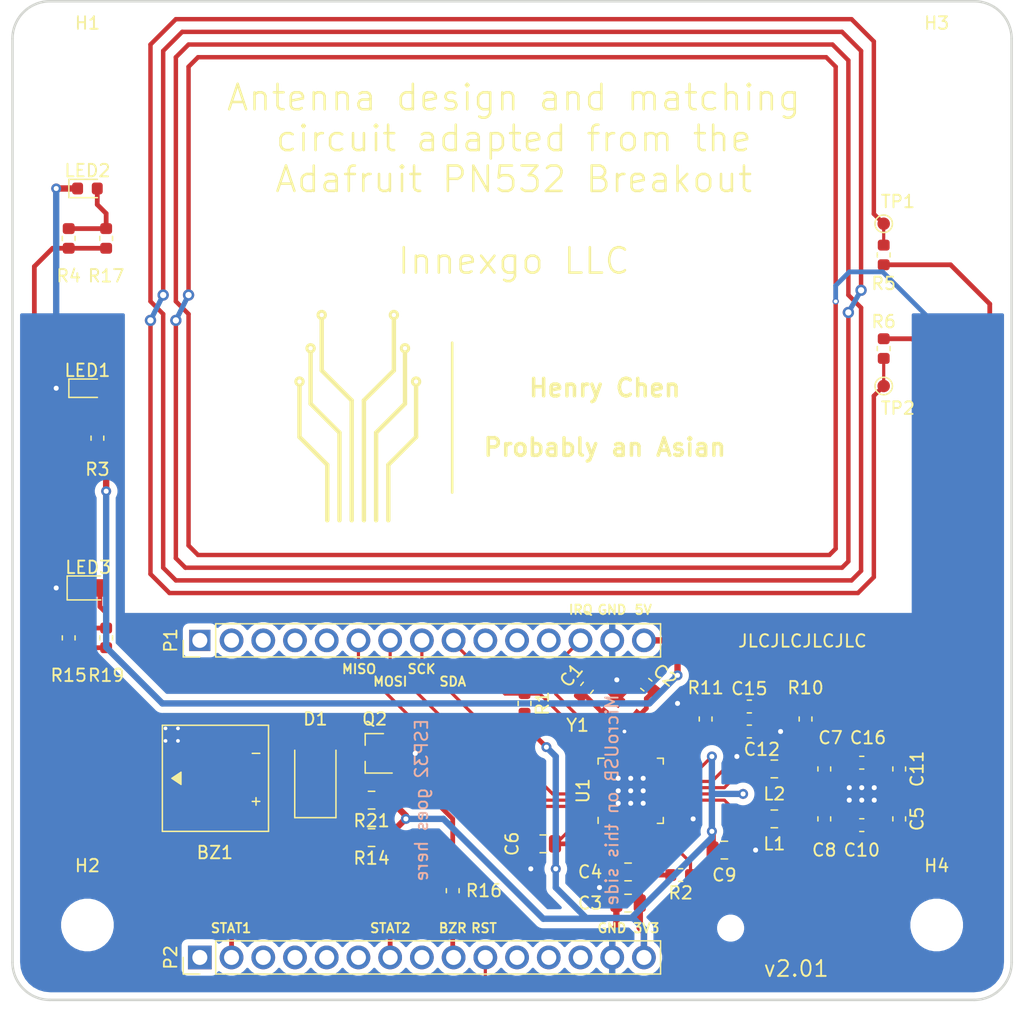
<source format=kicad_pcb>
(kicad_pcb (version 20171130) (host pcbnew "(5.1.6)-1")
  (layers (0 F.Cu signal) (31 B.Cu signal) (34 B.Paste user) (35 F.Paste user) (36 B.SilkS user) (37 F.SilkS user) (38 B.Mask user) (39 F.Mask user) (44 Edge.Cuts user))
  (net 0 "")
  (net 1 GND)
  (net 2 +5V)
  (net 3 "Net-(C1-Pad2)")
  (net 4 "Net-(C2-Pad2)")
  (net 5 +3V3)
  (net 6 "Net-(C16-Pad2)")
  (net 7 "Net-(C10-Pad1)")
  (net 8 "Net-(C12-Pad2)")
  (net 9 "Net-(C15-Pad2)")
  (net 10 "Net-(C15-Pad1)")
  (net 11 "Net-(L1-Pad2)")
  (net 12 "Net-(L2-Pad1)")
  (net 13 "Net-(LED1-Pad2)")
  (net 14 "Net-(LED2-Pad2)")
  (net 15 /SCK)
  (net 16 /MISO)
  (net 17 /MOSI)
  (net 18 /IRQ)
  (net 19 /GPIO-TH)
  (net 20 /SDA)
  (net 21 /RST)
  (net 22 "Net-(Q2-Pad1)")
  (net 23 "Net-(BZ1-Pad2)")
  (net 24 "Net-(BZ1-Pad1)")
  (net 25 "Net-(P1-Pad12)")
  (net 26 "Net-(P1-Pad4)")
  (net 27 "Net-(P1-Pad3)")
  (net 28 "Net-(P1-Pad2)")
  (net 29 "Net-(P1-Pad1)")
  (net 30 "Net-(P2-Pad13)")
  (net 31 "Net-(P2-Pad12)")
  (net 32 "Net-(P2-Pad11)")
  (net 33 "Net-(P2-Pad5)")
  (net 34 "Net-(P2-Pad4)")
  (net 35 "Net-(P2-Pad1)")
  (net 36 "Net-(U1-Pad1)")
  (net 37 "Net-(U1-Pad7)")
  (net 38 "Net-(U1-Pad8)")
  (net 39 "Net-(U1-Pad9)")
  (net 40 "Net-(U1-Pad19)")
  (net 41 "Net-(U1-Pad20)")
  (net 42 "Net-(U1-Pad25)")
  (net 43 "Net-(U1-Pad26)")
  (net 44 "Net-(U1-Pad27)")
  (net 45 "Net-(U1-Pad28)")
  (net 46 "Net-(P2-Pad8)")
  (net 47 "Net-(P2-Pad6)")
  (net 48 "Net-(P2-Pad3)")
  (net 49 "Net-(P1-Pad11)")
  (net 50 "Net-(P1-Pad5)")
  (net 51 "Net-(LED3-Pad2)")
  (net 52 /STATUS2)
  (net 53 /STATUS1)
  (net 54 "Net-(P1-Pad10)")
  (net 55 /Antenna_P)
  (net 56 /Antenna_N)
  (module Connector_PinHeader_2.54mm:PinHeader_1x15_P2.54mm_Vertical (layer F.Cu) (at 192 121.6 90)
    (fp_text reference P2 (at 0 -2.33 90) (layer F.SilkS))
    (fp_text value "ESP32 DEVKIT1 RIGHT HEADER-MALE-2.54")
    (pad 15 thru_hole oval (at 0 35.56 90) (size 1.9 1.9) (drill 1.2) (layers *.Cu *.Mask) (net 5 +3V3))
    (pad 14 thru_hole oval (at 0 33.02 90) (size 1.9 1.9) (drill 1.2) (layers *.Cu *.Mask) (net 1 GND))
    (pad 13 thru_hole oval (at 0 30.48 90) (size 1.9 1.9) (drill 1.2) (layers *.Cu *.Mask) (net 30 "Net-(P2-Pad13)"))
    (pad 12 thru_hole oval (at 0 27.94 90) (size 1.9 1.9) (drill 1.2) (layers *.Cu *.Mask) (net 31 "Net-(P2-Pad12)"))
    (pad 11 thru_hole oval (at 0 25.4 90) (size 1.9 1.9) (drill 1.2) (layers *.Cu *.Mask) (net 32 "Net-(P2-Pad11)"))
    (pad 10 thru_hole oval (at 0 22.86 90) (size 1.9 1.9) (drill 1.2) (layers *.Cu *.Mask) (net 21 /RST))
    (pad 9 thru_hole oval (at 0 20.32 90) (size 1.9 1.9) (drill 1.2) (layers *.Cu *.Mask) (net 19 /GPIO-TH))
    (pad 8 thru_hole oval (at 0 17.78 90) (size 1.9 1.9) (drill 1.2) (layers *.Cu *.Mask) (net 46 "Net-(P2-Pad8)"))
    (pad 7 thru_hole oval (at 0 15.24 90) (size 1.9 1.9) (drill 1.2) (layers *.Cu *.Mask) (net 52 /STATUS2))
    (pad 6 thru_hole oval (at 0 12.7 90) (size 1.9 1.9) (drill 1.2) (layers *.Cu *.Mask) (net 47 "Net-(P2-Pad6)"))
    (pad 5 thru_hole oval (at 0 10.16 90) (size 1.9 1.9) (drill 1.2) (layers *.Cu *.Mask) (net 33 "Net-(P2-Pad5)"))
    (pad 4 thru_hole oval (at 0 7.62 90) (size 1.9 1.9) (drill 1.2) (layers *.Cu *.Mask) (net 34 "Net-(P2-Pad4)"))
    (pad 3 thru_hole oval (at 0 5.08 90) (size 1.9 1.9) (drill 1.2) (layers *.Cu *.Mask) (net 48 "Net-(P2-Pad3)"))
    (pad 2 thru_hole oval (at 0 2.54 90) (size 1.9 1.9) (drill 1.2) (layers *.Cu *.Mask) (net 53 /STATUS1))
    (pad 1 thru_hole rect (at 0 0 90) (size 1.9 1.9) (drill 1.2) (layers *.Cu *.Mask) (net 35 "Net-(P2-Pad1)"))
  )
  (module Connector_PinHeader_2.54mm:PinHeader_1x15_P2.54mm_Vertical (layer F.Cu) (at 192 96.2 90)
    (fp_text reference P1 (at 0 -2.33 90) (layer F.SilkS))
    (fp_text value "ESP32 DEVKIT1 LEFT HEADER-MALE-2.54")
    (pad 15 thru_hole oval (at 0 35.56 90) (size 1.9 1.9) (drill 1.2) (layers *.Cu *.Mask) (net 2 +5V))
    (pad 14 thru_hole oval (at 0 33.02 90) (size 1.9 1.9) (drill 1.2) (layers *.Cu *.Mask) (net 1 GND))
    (pad 13 thru_hole oval (at 0 30.48 90) (size 1.9 1.9) (drill 1.2) (layers *.Cu *.Mask) (net 18 /IRQ))
    (pad 12 thru_hole oval (at 0 27.94 90) (size 1.9 1.9) (drill 1.2) (layers *.Cu *.Mask) (net 25 "Net-(P1-Pad12)"))
    (pad 11 thru_hole oval (at 0 25.4 90) (size 1.9 1.9) (drill 1.2) (layers *.Cu *.Mask) (net 49 "Net-(P1-Pad11)"))
    (pad 10 thru_hole oval (at 0 22.86 90) (size 1.9 1.9) (drill 1.2) (layers *.Cu *.Mask) (net 54 "Net-(P1-Pad10)"))
    (pad 9 thru_hole oval (at 0 20.32 90) (size 1.9 1.9) (drill 1.2) (layers *.Cu *.Mask) (net 20 /SDA))
    (pad 8 thru_hole oval (at 0 17.78 90) (size 1.9 1.9) (drill 1.2) (layers *.Cu *.Mask) (net 15 /SCK))
    (pad 7 thru_hole oval (at 0 15.24 90) (size 1.9 1.9) (drill 1.2) (layers *.Cu *.Mask) (net 17 /MOSI))
    (pad 6 thru_hole oval (at 0 12.7 90) (size 1.9 1.9) (drill 1.2) (layers *.Cu *.Mask) (net 16 /MISO))
    (pad 5 thru_hole oval (at 0 10.16 90) (size 1.9 1.9) (drill 1.2) (layers *.Cu *.Mask) (net 50 "Net-(P1-Pad5)"))
    (pad 4 thru_hole oval (at 0 7.62 90) (size 1.9 1.9) (drill 1.2) (layers *.Cu *.Mask) (net 26 "Net-(P1-Pad4)"))
    (pad 3 thru_hole oval (at 0 5.08 90) (size 1.9 1.9) (drill 1.2) (layers *.Cu *.Mask) (net 27 "Net-(P1-Pad3)"))
    (pad 2 thru_hole oval (at 0 2.54 90) (size 1.9 1.9) (drill 1.2) (layers *.Cu *.Mask) (net 28 "Net-(P1-Pad2)"))
    (pad 1 thru_hole rect (at 0 0 90) (size 1.7 1.7) (drill 1.2) (layers *.Cu *.Mask) (net 29 "Net-(P1-Pad1)"))
  )
  (module Oscillator:Oscillator_SMD_EuroQuartz_XO32-4Pin_3.2x2.5mm (layer F.Cu) (at 225.75 102.25 141)
    (fp_text reference Y1 (at 2.248021 -2.785481 180) (layer F.SilkS))
    (fp_text value "27.12 MHz")
    (pad 4 smd rect (at -1.075 -0.775 141) (size 1 0.9) (layers F.Cu F.Paste F.Mask) (net 1 GND))
    (pad 3 smd rect (at 1.075 -0.775 141) (size 1 0.9) (layers F.Cu F.Paste F.Mask) (net 3 "Net-(C1-Pad2)"))
    (pad 2 smd rect (at 1.075 0.775 141) (size 1 0.9) (layers F.Cu F.Paste F.Mask) (net 1 GND))
    (pad 1 smd rect (at -1.075 0.775 141) (size 1 0.9) (layers F.Cu F.Paste F.Mask) (net 4 "Net-(C2-Pad2)"))
  )
  (module Package_DFN_QFN:QFN-32-1EP_5x5mm_P0.5mm_EP3.1x3.1mm (layer F.Cu) (at 226.5 108.25 90)
    (fp_text reference U1 (at 0 -3.82 90) (layer F.SilkS))
    (fp_text value MFRC522)
    (pad 33 smd rect (at 0 0 90) (size 3.1 3.1) (layers F.Cu F.Mask) (net 1 GND))
    (pad 32 smd roundrect (at -1.75 -2.4375 90) (size 0.25 0.875) (layers F.Cu F.Paste F.Mask) (net 5 +3V3))
    (pad 31 smd roundrect (at -1.25 -2.4375 90) (size 0.25 0.875) (layers F.Cu F.Paste F.Mask) (net 16 /MISO))
    (pad 30 smd roundrect (at -0.75 -2.4375 90) (size 0.25 0.875) (layers F.Cu F.Paste F.Mask) (net 17 /MOSI))
    (pad 29 smd roundrect (at -0.25 -2.4375 90) (size 0.25 0.875) (layers F.Cu F.Paste F.Mask) (net 15 /SCK))
    (pad 28 smd roundrect (at 0.25 -2.4375 90) (size 0.25 0.875) (layers F.Cu F.Paste F.Mask) (net 45 "Net-(U1-Pad28)"))
    (pad 27 smd roundrect (at 0.75 -2.4375 90) (size 0.25 0.875) (layers F.Cu F.Paste F.Mask) (net 44 "Net-(U1-Pad27)"))
    (pad 26 smd roundrect (at 1.25 -2.4375 90) (size 0.25 0.875) (layers F.Cu F.Paste F.Mask) (net 43 "Net-(U1-Pad26)"))
    (pad 25 smd roundrect (at 1.75 -2.4375 90) (size 0.25 0.875) (layers F.Cu F.Paste F.Mask) (net 42 "Net-(U1-Pad25)"))
    (pad 24 smd roundrect (at 2.4375 -1.75 90) (size 0.875 0.25) (layers F.Cu F.Paste F.Mask) (net 20 /SDA))
    (pad 23 smd roundrect (at 2.4375 -1.25 90) (size 0.875 0.25) (layers F.Cu F.Paste F.Mask) (net 18 /IRQ))
    (pad 22 smd roundrect (at 2.4375 -0.75 90) (size 0.875 0.25) (layers F.Cu F.Paste F.Mask) (net 3 "Net-(C1-Pad2)"))
    (pad 21 smd roundrect (at 2.4375 -0.25 90) (size 0.875 0.25) (layers F.Cu F.Paste F.Mask) (net 4 "Net-(C2-Pad2)"))
    (pad 20 smd roundrect (at 2.4375 0.25 90) (size 0.875 0.25) (layers F.Cu F.Paste F.Mask) (net 41 "Net-(U1-Pad20)"))
    (pad 19 smd roundrect (at 2.4375 0.75 90) (size 0.875 0.25) (layers F.Cu F.Paste F.Mask) (net 40 "Net-(U1-Pad19)"))
    (pad 18 smd roundrect (at 2.4375 1.25 90) (size 0.875 0.25) (layers F.Cu F.Paste F.Mask) (net 1 GND))
    (pad 17 smd roundrect (at 2.4375 1.75 90) (size 0.875 0.25) (layers F.Cu F.Paste F.Mask) (net 10 "Net-(C15-Pad1)"))
    (pad 16 smd roundrect (at 1.75 2.4375 90) (size 0.25 0.875) (layers F.Cu F.Paste F.Mask) (net 8 "Net-(C12-Pad2)"))
    (pad 15 smd roundrect (at 1.25 2.4375 90) (size 0.25 0.875) (layers F.Cu F.Paste F.Mask) (net 5 +3V3))
    (pad 14 smd roundrect (at 0.75 2.4375 90) (size 0.25 0.875) (layers F.Cu F.Paste F.Mask) (net 1 GND))
    (pad 13 smd roundrect (at 0.25 2.4375 90) (size 0.25 0.875) (layers F.Cu F.Paste F.Mask) (net 12 "Net-(L2-Pad1)"))
    (pad 12 smd roundrect (at -0.25 2.4375 90) (size 0.25 0.875) (layers F.Cu F.Paste F.Mask) (net 5 +3V3))
    (pad 11 smd roundrect (at -0.75 2.4375 90) (size 0.25 0.875) (layers F.Cu F.Paste F.Mask) (net 11 "Net-(L1-Pad2)"))
    (pad 10 smd roundrect (at -1.25 2.4375 90) (size 0.25 0.875) (layers F.Cu F.Paste F.Mask) (net 1 GND))
    (pad 9 smd roundrect (at -1.75 2.4375 90) (size 0.25 0.875) (layers F.Cu F.Paste F.Mask) (net 39 "Net-(U1-Pad9)"))
    (pad 8 smd roundrect (at -2.4375 1.75 90) (size 0.875 0.25) (layers F.Cu F.Paste F.Mask) (net 38 "Net-(U1-Pad8)"))
    (pad 7 smd roundrect (at -2.4375 1.25 90) (size 0.875 0.25) (layers F.Cu F.Paste F.Mask) (net 37 "Net-(U1-Pad7)"))
    (pad 6 smd roundrect (at -2.4375 0.75 90) (size 0.875 0.25) (layers F.Cu F.Paste F.Mask) (net 21 /RST))
    (pad 5 smd roundrect (at -2.4375 0.25 90) (size 0.875 0.25) (layers F.Cu F.Paste F.Mask) (net 1 GND))
    (pad 4 smd roundrect (at -2.4375 -0.25 90) (size 0.875 0.25) (layers F.Cu F.Paste F.Mask) (net 1 GND))
    (pad 3 smd roundrect (at -2.4375 -0.75 90) (size 0.875 0.25) (layers F.Cu F.Paste F.Mask) (net 5 +3V3))
    (pad 2 smd roundrect (at -2.4375 -1.25 90) (size 0.875 0.25) (layers F.Cu F.Paste F.Mask) (net 5 +3V3))
    (pad 1 smd roundrect (at -2.4375 -1.75 90) (size 0.875 0.25) (layers F.Cu F.Paste F.Mask) (net 36 "Net-(U1-Pad1)"))
  )
  (module Resistor_SMD:R_0805_2012Metric (layer F.Cu) (at 205.75 109 180)
    (fp_text reference R21 (at 0 -1.65) (layer F.SilkS))
    (fp_text value 110)
    (pad 2 smd roundrect (at 0.9375 0 180) (size 0.975 1.4) (layers F.Cu F.Paste F.Mask) (net 24 "Net-(BZ1-Pad1)"))
    (pad 1 smd roundrect (at -0.9375 0 180) (size 0.975 1.4) (layers F.Cu F.Paste F.Mask) (net 5 +3V3))
  )
  (module Resistor_SMD:R_0603_1608Metric (layer F.Cu) (at 184.5 96 90)
    (fp_text reference R19 (at -3 0 180) (layer F.SilkS))
    (fp_text value 270)
    (pad 2 smd roundrect (at 0.7875 0 90) (size 0.875 0.95) (layers F.Cu F.Paste F.Mask) (net 51 "Net-(LED3-Pad2)"))
    (pad 1 smd roundrect (at -0.7875 0 90) (size 0.875 0.95) (layers F.Cu F.Paste F.Mask) (net 52 /STATUS2))
  )
  (module Resistor_SMD:R_0603_1608Metric (layer F.Cu) (at 184.5 64 90)
    (fp_text reference R17 (at -3 0 180) (layer F.SilkS))
    (fp_text value 75)
    (pad 2 smd roundrect (at 0.7875 0 90) (size 0.875 0.95) (layers F.Cu F.Paste F.Mask) (net 14 "Net-(LED2-Pad2)"))
    (pad 1 smd roundrect (at -0.7875 0 90) (size 0.875 0.95) (layers F.Cu F.Paste F.Mask) (net 53 /STATUS1))
  )
  (module Resistor_SMD:R_0603_1608Metric (layer F.Cu) (at 212.25 116.25 90)
    (fp_text reference R16 (at 0 2.5 180) (layer F.SilkS))
    (fp_text value 240)
    (pad 2 smd roundrect (at 0.7875 0 90) (size 0.875 0.95) (layers F.Cu F.Paste F.Mask) (net 22 "Net-(Q2-Pad1)"))
    (pad 1 smd roundrect (at -0.7875 0 90) (size 0.875 0.95) (layers F.Cu F.Paste F.Mask) (net 19 /GPIO-TH))
  )
  (module Resistor_SMD:R_0603_1608Metric (layer F.Cu) (at 181.5 96 90)
    (fp_text reference R15 (at -3 0 180) (layer F.SilkS))
    (fp_text value 270)
    (pad 2 smd roundrect (at 0.7875 0 90) (size 0.875 0.95) (layers F.Cu F.Paste F.Mask) (net 51 "Net-(LED3-Pad2)"))
    (pad 1 smd roundrect (at -0.7875 0 90) (size 0.875 0.95) (layers F.Cu F.Paste F.Mask) (net 52 /STATUS2))
  )
  (module Resistor_SMD:R_0805_2012Metric (layer F.Cu) (at 205.75 112 180)
    (fp_text reference R14 (at 0 -1.65) (layer F.SilkS))
    (fp_text value 110)
    (pad 2 smd roundrect (at 0.9375 0 180) (size 0.975 1.4) (layers F.Cu F.Paste F.Mask) (net 24 "Net-(BZ1-Pad1)"))
    (pad 1 smd roundrect (at -0.9375 0 180) (size 0.975 1.4) (layers F.Cu F.Paste F.Mask) (net 5 +3V3))
  )
  (module Resistor_SMD:R_0603_1608Metric (layer F.Cu) (at 232.5 102.5 270)
    (fp_text reference R11 (at -2.5 0 180) (layer F.SilkS))
    (fp_text value 1.0K)
    (pad 2 smd roundrect (at 0.7875 0 270) (size 0.875 0.95) (layers F.Cu F.Paste F.Mask) (net 8 "Net-(C12-Pad2)"))
    (pad 1 smd roundrect (at -0.7875 0 270) (size 0.875 0.95) (layers F.Cu F.Paste F.Mask) (net 10 "Net-(C15-Pad1)"))
  )
  (module Resistor_SMD:R_0603_1608Metric (layer F.Cu) (at 240.5 102.5 270)
    (fp_text reference R10 (at -2.5 0 180) (layer F.SilkS))
    (fp_text value 1.69K)
    (pad 2 smd roundrect (at 0.7875 0 270) (size 0.875 0.95) (layers F.Cu F.Paste F.Mask) (net 6 "Net-(C16-Pad2)"))
    (pad 1 smd roundrect (at -0.7875 0 270) (size 0.875 0.95) (layers F.Cu F.Paste F.Mask) (net 9 "Net-(C15-Pad2)"))
  )
  (module Resistor_SMD:R_0603_1608Metric (layer F.Cu) (at 181.5 64 90)
    (fp_text reference R4 (at -3 0 180) (layer F.SilkS))
    (fp_text value 82)
    (pad 2 smd roundrect (at 0.7875 0 90) (size 0.875 0.95) (layers F.Cu F.Paste F.Mask) (net 14 "Net-(LED2-Pad2)"))
    (pad 1 smd roundrect (at -0.7875 0 90) (size 0.875 0.95) (layers F.Cu F.Paste F.Mask) (net 53 /STATUS1))
  )
  (module Resistor_SMD:R_0603_1608Metric (layer F.Cu) (at 183.8 80 90)
    (fp_text reference R3 (at -2.5 0 180) (layer F.SilkS))
    (fp_text value 240)
    (pad 2 smd roundrect (at 0.7875 0 90) (size 0.875 0.95) (layers F.Cu F.Paste F.Mask) (net 13 "Net-(LED1-Pad2)"))
    (pad 1 smd roundrect (at -0.7875 0 90) (size 0.875 0.95) (layers F.Cu F.Paste F.Mask) (net 2 +5V))
  )
  (module Resistor_SMD:R_0603_1608Metric (layer F.Cu) (at 230.5 115 180)
    (fp_text reference R2 (at 0 -1.43) (layer F.SilkS))
    (fp_text value 1.0K)
    (pad 2 smd roundrect (at 0.7875 0 180) (size 0.875 0.95) (layers F.Cu F.Paste F.Mask) (net 5 +3V3))
    (pad 1 smd roundrect (at -0.7875 0 180) (size 0.875 0.95) (layers F.Cu F.Paste F.Mask) (net 21 /RST))
  )
  (module Resistor_SMD:R_0603_1608Metric (layer F.Cu) (at 218 101.25 270)
    (fp_text reference R1 (at 0 -1.43 90) (layer F.SilkS))
    (fp_text value 1.0K)
    (pad 2 smd roundrect (at 0.7875 0 270) (size 0.875 0.95) (layers F.Cu F.Paste F.Mask) (net 5 +3V3))
    (pad 1 smd roundrect (at -0.7875 0 270) (size 0.875 0.95) (layers F.Cu F.Paste F.Mask) (net 20 /SDA))
  )
  (module Package_TO_SOT_SMD:SOT-23 (layer F.Cu) (at 206 105.25 180)
    (fp_text reference Q2 (at 0 2.75) (layer F.SilkS))
    (fp_text value Q_NPN_BEC)
    (pad 3 smd rect (at 1 0 180) (size 0.9 0.8) (layers F.Cu F.Paste F.Mask) (net 23 "Net-(BZ1-Pad2)"))
    (pad 2 smd rect (at -1 0.95 180) (size 0.9 0.8) (layers F.Cu F.Paste F.Mask) (net 1 GND))
    (pad 1 smd rect (at -1 -0.95 180) (size 0.9 0.8) (layers F.Cu F.Paste F.Mask) (net 22 "Net-(Q2-Pad1)"))
  )
  (module LED_SMD:LED_0805_2012Metric (layer F.Cu) (at 183.0625 92)
    (fp_text reference LED3 (at 0 -1.65) (layer F.SilkS))
    (fp_text value LED_RED)
    (pad 2 smd roundrect (at 0.9375 0) (size 0.975 1.4) (layers F.Cu F.Paste F.Mask) (net 51 "Net-(LED3-Pad2)"))
    (pad 1 smd roundrect (at -0.9375 0) (size 0.975 1.4) (layers F.Cu F.Paste F.Mask) (net 1 GND))
  )
  (module LED_SMD:LED_0603_1608Metric (layer F.Cu) (at 183 60)
    (fp_text reference LED2 (at 0 -1.43) (layer F.SilkS))
    (fp_text value LED_BLUE)
    (pad 2 smd roundrect (at 0.7875 0) (size 0.875 0.95) (layers F.Cu F.Paste F.Mask) (net 14 "Net-(LED2-Pad2)"))
    (pad 1 smd roundrect (at -0.7875 0) (size 0.875 0.95) (layers F.Cu F.Paste F.Mask) (net 1 GND))
  )
  (module LED_SMD:LED_0603_1608Metric (layer F.Cu) (at 183 76)
    (fp_text reference LED1 (at 0 -1.43) (layer F.SilkS))
    (fp_text value LED_GREEN)
    (pad 2 smd roundrect (at 0.7875 0) (size 0.875 0.95) (layers F.Cu F.Paste F.Mask) (net 13 "Net-(LED1-Pad2)"))
    (pad 1 smd roundrect (at -0.7875 0) (size 0.875 0.95) (layers F.Cu F.Paste F.Mask) (net 1 GND))
  )
  (module Inductor_SMD:L_0805_2012Metric (layer F.Cu) (at 238 106.5)
    (fp_text reference L2 (at 0 2) (layer F.SilkS))
    (fp_text value 560nH)
    (pad 2 smd roundrect (at 0.9375 0) (size 0.975 1.4) (layers F.Cu F.Paste F.Mask) (net 6 "Net-(C16-Pad2)"))
    (pad 1 smd roundrect (at -0.9375 0) (size 0.975 1.4) (layers F.Cu F.Paste F.Mask) (net 12 "Net-(L2-Pad1)"))
  )
  (module Inductor_SMD:L_0805_2012Metric (layer F.Cu) (at 238 110.5 180)
    (fp_text reference L1 (at 0 -2) (layer F.SilkS))
    (fp_text value 560nH)
    (pad 2 smd roundrect (at 0.9375 0 180) (size 0.975 1.4) (layers F.Cu F.Paste F.Mask) (net 11 "Net-(L1-Pad2)"))
    (pad 1 smd roundrect (at -0.9375 0 180) (size 0.975 1.4) (layers F.Cu F.Paste F.Mask) (net 7 "Net-(C10-Pad1)"))
  )
  (module Diode_SMD:D_SMA (layer F.Cu) (at 201.25 107 90)
    (fp_text reference D1 (at 4.5 0 180) (layer F.SilkS))
    (fp_text value D_Schottky)
    (pad 2 smd rect (at 2 0 90) (size 2.5 1.8) (layers F.Cu F.Paste F.Mask) (net 23 "Net-(BZ1-Pad2)"))
    (pad 1 smd rect (at -2 0 90) (size 2.5 1.8) (layers F.Cu F.Paste F.Mask) (net 24 "Net-(BZ1-Pad1)"))
  )
  (module Capacitor_SMD:C_0603_1608Metric (layer F.Cu) (at 245 106 180)
    (fp_text reference C16 (at -0.5 2) (layer F.SilkS))
    (fp_text value 22pF)
    (pad 2 smd roundrect (at 0.7875 0 180) (size 0.875 0.95) (layers F.Cu F.Paste F.Mask) (net 6 "Net-(C16-Pad2)"))
    (pad 1 smd roundrect (at -0.7875 0 180) (size 0.875 0.95) (layers F.Cu F.Paste F.Mask) (net 56 /Antenna_N))
  )
  (module Capacitor_SMD:C_0603_1608Metric (layer F.Cu) (at 236 101.5)
    (fp_text reference C15 (at 0 -1.43) (layer F.SilkS))
    (fp_text value 1nF)
    (pad 2 smd roundrect (at 0.7875 0) (size 0.875 0.95) (layers F.Cu F.Paste F.Mask) (net 9 "Net-(C15-Pad2)"))
    (pad 1 smd roundrect (at -0.7875 0) (size 0.875 0.95) (layers F.Cu F.Paste F.Mask) (net 10 "Net-(C15-Pad1)"))
  )
  (module Capacitor_SMD:C_0603_1608Metric (layer F.Cu) (at 236 103.5 180)
    (fp_text reference C12 (at -1 -1.43) (layer F.SilkS))
    (fp_text value 100nF)
    (pad 2 smd roundrect (at 0.7875 0 180) (size 0.875 0.95) (layers F.Cu F.Paste F.Mask) (net 8 "Net-(C12-Pad2)"))
    (pad 1 smd roundrect (at -0.7875 0 180) (size 0.875 0.95) (layers F.Cu F.Paste F.Mask) (net 1 GND))
  )
  (module Capacitor_SMD:C_0603_1608Metric (layer F.Cu) (at 248 106.5 270)
    (fp_text reference C11 (at 0 -1.43 90) (layer F.SilkS))
    (fp_text value 100pF)
    (pad 2 smd roundrect (at 0.7875 0 270) (size 0.875 0.95) (layers F.Cu F.Paste F.Mask) (net 1 GND))
    (pad 1 smd roundrect (at -0.7875 0 270) (size 0.875 0.95) (layers F.Cu F.Paste F.Mask) (net 56 /Antenna_N))
  )
  (module Capacitor_SMD:C_0603_1608Metric (layer F.Cu) (at 245 111)
    (fp_text reference C10 (at 0 2) (layer F.SilkS))
    (fp_text value 22pF)
    (pad 2 smd roundrect (at 0.7875 0) (size 0.875 0.95) (layers F.Cu F.Paste F.Mask) (net 55 /Antenna_P))
    (pad 1 smd roundrect (at -0.7875 0) (size 0.875 0.95) (layers F.Cu F.Paste F.Mask) (net 7 "Net-(C10-Pad1)"))
  )
  (module Capacitor_SMD:C_0805_2012Metric (layer F.Cu) (at 234 113)
    (fp_text reference C9 (at 0 2) (layer F.SilkS))
    (fp_text value 1uF)
    (pad 2 smd roundrect (at 0.9375 0) (size 0.975 1.4) (layers F.Cu F.Paste F.Mask) (net 1 GND))
    (pad 1 smd roundrect (at -0.9375 0) (size 0.975 1.4) (layers F.Cu F.Paste F.Mask) (net 5 +3V3))
  )
  (module Capacitor_SMD:C_0603_1608Metric (layer F.Cu) (at 242 110.5 270)
    (fp_text reference C8 (at 2.5 0 180) (layer F.SilkS))
    (fp_text value 220pF)
    (pad 2 smd roundrect (at 0.7875 0 270) (size 0.875 0.95) (layers F.Cu F.Paste F.Mask) (net 7 "Net-(C10-Pad1)"))
    (pad 1 smd roundrect (at -0.7875 0 270) (size 0.875 0.95) (layers F.Cu F.Paste F.Mask) (net 1 GND))
  )
  (module Capacitor_SMD:C_0603_1608Metric (layer F.Cu) (at 242 106.5 270)
    (fp_text reference C7 (at -2.5 -0.5) (layer F.SilkS))
    (fp_text value 220pF)
    (pad 2 smd roundrect (at 0.7875 0 270) (size 0.875 0.95) (layers F.Cu F.Paste F.Mask) (net 1 GND))
    (pad 1 smd roundrect (at -0.7875 0 270) (size 0.875 0.95) (layers F.Cu F.Paste F.Mask) (net 6 "Net-(C16-Pad2)"))
  )
  (module Capacitor_SMD:C_0805_2012Metric (layer F.Cu) (at 219.5 112.5 180)
    (fp_text reference C6 (at 2.5 0 270) (layer F.SilkS))
    (fp_text value 1uF)
    (pad 2 smd roundrect (at 0.9375 0 180) (size 0.975 1.4) (layers F.Cu F.Paste F.Mask) (net 1 GND))
    (pad 1 smd roundrect (at -0.9375 0 180) (size 0.975 1.4) (layers F.Cu F.Paste F.Mask) (net 5 +3V3))
  )
  (module Capacitor_SMD:C_0603_1608Metric (layer F.Cu) (at 248 110.5 270)
    (fp_text reference C5 (at 0 -1.43 90) (layer F.SilkS))
    (fp_text value 100pF)
    (pad 2 smd roundrect (at 0.7875 0 270) (size 0.875 0.95) (layers F.Cu F.Paste F.Mask) (net 55 /Antenna_P))
    (pad 1 smd roundrect (at -0.7875 0 270) (size 0.875 0.95) (layers F.Cu F.Paste F.Mask) (net 1 GND))
  )
  (module Capacitor_SMD:C_0805_2012Metric (layer F.Cu) (at 226.29 114.75 180)
    (fp_text reference C4 (at 3.04 0) (layer F.SilkS))
    (fp_text value 1uF)
    (pad 2 smd roundrect (at 0.9375 0 180) (size 0.975 1.4) (layers F.Cu F.Paste F.Mask) (net 1 GND))
    (pad 1 smd roundrect (at -0.9375 0 180) (size 0.975 1.4) (layers F.Cu F.Paste F.Mask) (net 5 +3V3))
  )
  (module Capacitor_SMD:C_0805_2012Metric (layer F.Cu) (at 226.29 117.25 180)
    (fp_text reference C3 (at 3.04 0) (layer F.SilkS))
    (fp_text value 1uF)
    (pad 2 smd roundrect (at 0.9375 0 180) (size 0.975 1.4) (layers F.Cu F.Paste F.Mask) (net 1 GND))
    (pad 1 smd roundrect (at -0.9375 0 180) (size 0.975 1.4) (layers F.Cu F.Paste F.Mask) (net 5 +3V3))
  )
  (module Capacitor_SMD:C_0603_1608Metric (layer F.Cu) (at 227.75 99.75 321)
    (fp_text reference C2 (at 0.693729 -1.52684 141) (layer F.SilkS))
    (fp_text value 33pF)
    (pad 2 smd roundrect (at 0.7875 0 321) (size 0.875 0.95) (layers F.Cu F.Paste F.Mask) (net 4 "Net-(C2-Pad2)"))
    (pad 1 smd roundrect (at -0.7875 0 321) (size 0.875 0.95) (layers F.Cu F.Paste F.Mask) (net 1 GND))
  )
  (module Capacitor_SMD:C_0603_1608Metric (layer F.Cu) (at 223 100 231)
    (fp_text reference C1 (at 0.009505 1.600753 51) (layer F.SilkS))
    (fp_text value 33pF)
    (pad 2 smd roundrect (at 0.7875 0 231) (size 0.875 0.95) (layers F.Cu F.Paste F.Mask) (net 3 "Net-(C1-Pad2)"))
    (pad 1 smd roundrect (at -0.7875 0 231) (size 0.875 0.95) (layers F.Cu F.Paste F.Mask) (net 1 GND))
  )
  (module Custom:8.5mm_8.5mm_MLT_8530_BUZZER (layer F.Cu) (at 193.25 107.25 180)
    (fp_text reference BZ1 (at 0.05 -5.95) (layer F.SilkS))
    (fp_text value Buzzer)
    (pad 2 smd rect (at -3.55 3.55 180) (size 2.3 2.3) (layers F.Cu F.Paste F.Mask) (net 23 "Net-(BZ1-Pad2)"))
    (pad 3 smd rect (at 3.55 3.55 180) (size 2.3 2.3) (layers F.Cu F.Paste F.Mask) (net 1 GND))
    (pad 4 smd rect (at 3.55 -3.55 180) (size 2.3 2.3) (layers F.Cu F.Paste F.Mask))
    (pad 1 smd rect (at -3.55 -3.55 180) (size 2.3 2.3) (layers F.Cu F.Paste F.Mask) (net 24 "Net-(BZ1-Pad1)"))
  )
  (module Custom:TOOLING_HOLE_JLCPCB_SMT (layer F.Cu) (at 251 56.75)
    (fp_text reference H6 hide)
    (fp_text value ToolingHole hide)
    (pad "" np_thru_hole circle (at 0 0) (size 1.152 1.152) (drill 1.152) (layers *.Cu *.Mask))
  )
  (module Custom:TOOLING_HOLE_JLCPCB_SMT (layer F.Cu) (at 183 56.75)
    (fp_text reference H5 hide)
    (fp_text value ToolingHole hide)
    (pad "" np_thru_hole circle (at 0 0) (size 1.152 1.152) (drill 1.152) (layers *.Cu *.Mask))
  )
  (module Custom:TOOLING_HOLE_JLCPCB_SMT (layer F.Cu) (at 234.5 119.25)
    (fp_text reference H7 hide)
    (fp_text value ToolingHole hide)
    (pad "" np_thru_hole circle (at 0 0) (size 1.152 1.152) (drill 1.152) (layers *.Cu *.Mask))
  )
  (module Custom:OSHWLOGO_TOP_0.2 (layer F.Cu) (at 239.75 119)
    (fp_text reference LG1 hide)
    (fp_text value Logo_Open_Hardware_Small hide)
    (fp_line (start 0.304 0.733) (end 0.668 1.613) (layer F.Cu) (width 0.254))
    (fp_line (start -0.668 1.613) (end -0.304 0.733) (layer F.Cu) (width 0.254))
    (fp_line (start -1.564 2.002) (end -0.925 1.481) (layer F.Cu) (width 0.254))
    (fp_line (start -2.002 1.564) (end -1.564 2.002) (layer F.Cu) (width 0.254))
    (fp_line (start -1.481 0.925) (end -2.002 1.564) (layer F.Cu) (width 0.254))
    (fp_line (start -2.521 0.31) (end -1.702 0.393) (layer F.Cu) (width 0.254))
    (fp_line (start -2.521 -0.31) (end -2.521 0.31) (layer F.Cu) (width 0.254))
    (fp_line (start -1.702 -0.393) (end -2.521 -0.31) (layer F.Cu) (width 0.254))
    (fp_line (start -2.002 -1.564) (end -1.481 -0.925) (layer F.Cu) (width 0.254))
    (fp_line (start -1.564 -2.002) (end -2.002 -1.564) (layer F.Cu) (width 0.254))
    (fp_line (start -0.925 -1.481) (end -1.564 -2.002) (layer F.Cu) (width 0.254))
    (fp_line (start -0.31 -2.521) (end -0.393 -1.702) (layer F.Cu) (width 0.254))
    (fp_line (start 0.31 -2.521) (end -0.31 -2.521) (layer F.Cu) (width 0.254))
    (fp_line (start 0.393 -1.702) (end 0.31 -2.521) (layer F.Cu) (width 0.254))
    (fp_line (start 1.564 -2.002) (end 0.925 -1.481) (layer F.Cu) (width 0.254))
    (fp_line (start 2.002 -1.564) (end 1.564 -2.002) (layer F.Cu) (width 0.254))
    (fp_line (start 1.481 -0.925) (end 2.002 -1.564) (layer F.Cu) (width 0.254))
    (fp_line (start 2.521 -0.31) (end 1.702 -0.393) (layer F.Cu) (width 0.254))
    (fp_line (start 2.521 0.31) (end 2.521 -0.31) (layer F.Cu) (width 0.254))
    (fp_line (start 1.702 0.393) (end 2.521 0.31) (layer F.Cu) (width 0.254))
    (fp_line (start 2.002 1.564) (end 1.481 0.925) (layer F.Cu) (width 0.254))
    (fp_line (start 1.564 2.002) (end 2.002 1.564) (layer F.Cu) (width 0.254))
    (fp_line (start 0.925 1.481) (end 1.564 2.002) (layer F.Cu) (width 0.254))
    (fp_poly (pts (xy 0.668 1.613) (xy 0.8 1.552) (xy 0.925 1.481) (xy 1.564 2.002) (xy 2.002 1.564) (xy 1.481 0.925) (xy 1.574 0.756) (xy 1.648 0.578) (xy 1.702 0.393) (xy 2.521 0.31) (xy 2.521 -0.31) (xy 1.702 -0.393) (xy 1.648 -0.578) (xy 1.574 -0.756) (xy 1.481 -0.925) (xy 2.002 -1.564) (xy 1.564 -2.002) (xy 0.925 -1.481) (xy 0.756 -1.574) (xy 0.578 -1.648) (xy 0.393 -1.702) (xy 0.31 -2.521) (xy -0.31 -2.521) (xy -0.393 -1.702) (xy -0.578 -1.648) (xy -0.756 -1.574) (xy -0.925 -1.481) (xy -1.564 -2.002) (xy -2.002 -1.564) (xy -1.481 -0.925) (xy -1.574 -0.756) (xy -1.648 -0.578) (xy -1.702 -0.393) (xy -2.521 -0.31) (xy -2.521 0.31) (xy -1.702 0.393) (xy -1.648 0.578) (xy -1.574 0.756) (xy -1.481 0.925) (xy -2.002 1.564) (xy -1.564 2.002) (xy -0.925 1.481) (xy -0.8 1.552) (xy -0.668 1.613) (xy -0.304 0.733) (xy -0.388 0.693) (xy -0.467 0.642) (xy -0.539 0.583) (xy -0.604 0.516) (xy -0.66 0.441) (xy -0.707 0.36) (xy -0.745 0.275) (xy -0.772 0.185) (xy -0.788 0.093) (xy -0.794 0) (xy -0.788 -0.098) (xy -0.77 -0.194) (xy -0.74 -0.287) (xy -0.699 -0.376) (xy -0.647 -0.459) (xy -0.586 -0.535) (xy -0.516 -0.604) (xy -0.437 -0.662) (xy -0.352 -0.711) (xy -0.262 -0.749) (xy -0.168 -0.776) (xy -0.071 -0.79) (xy 0.027 -0.793) (xy 0.124 -0.784) (xy 0.22 -0.763) (xy 0.312 -0.73) (xy 0.399 -0.686) (xy 0.481 -0.631) (xy 0.555 -0.567) (xy 0.621 -0.495) (xy 0.677 -0.415) (xy 0.723 -0.328) (xy 0.758 -0.237) (xy 0.781 -0.142) (xy 0.792 -0.044) (xy 0.792 0.053) (xy 0.779 0.151) (xy 0.755 0.245) (xy 0.719 0.336) (xy 0.672 0.422) (xy 0.615 0.502) (xy 0.549 0.574) (xy 0.474 0.637) (xy 0.392 0.69) (xy 0.304 0.733)) (layer F.Cu) (width 0))
    (fp_arc (start 0 0) (end -0.794 0) (angle 247.499) (layer F.Cu) (width 0.254))
    (fp_arc (start 0 0) (end -0.304 0.733) (angle 67.496) (layer F.Cu) (width 0.254))
    (fp_arc (start 0.001 0) (end -0.668 1.613) (angle 9.501) (layer F.Cu) (width 0.254))
    (fp_arc (start 0 0) (end -1.481 0.925) (angle 19.004) (layer F.Cu) (width 0.254))
    (fp_arc (start 0 0) (end -1.702 -0.393) (angle 19.004) (layer F.Cu) (width 0.254))
    (fp_arc (start 0 0) (end -0.925 -1.481) (angle 19.004) (layer F.Cu) (width 0.254))
    (fp_arc (start 0 0) (end 0.393 -1.702) (angle 19.004) (layer F.Cu) (width 0.254))
    (fp_arc (start 0 0) (end 1.481 -0.925) (angle 19.004) (layer F.Cu) (width 0.254))
    (fp_arc (start 0 0) (end 1.702 0.393) (angle 19.004) (layer F.Cu) (width 0.254))
    (fp_arc (start -0.001 0) (end 0.925 1.481) (angle 9.501) (layer F.Cu) (width 0.254))
  )
  (module MountingHole:MountingHole_3.2mm_M3 (layer F.Cu) (at 183 119)
    (fp_text reference H2 (at 0 -4.75) (layer F.SilkS))
    (fp_text value MountingHole)
    (pad 1 np_thru_hole circle (at 0 0) (size 3.2 3.2) (drill 3.2) (layers *.Cu *.Mask))
  )
  (module MountingHole:MountingHole_3.2mm_M3 (layer F.Cu) (at 251 119)
    (fp_text reference H4 (at 0 -4.75) (layer F.SilkS))
    (fp_text value MountingHole)
    (pad 1 np_thru_hole circle (at 0 0) (size 3.2 3.2) (drill 3.2) (layers *.Cu *.Mask))
  )
  (module MountingHole:MountingHole_3.2mm_M3 (layer F.Cu) (at 251 51)
    (fp_text reference H3 (at 0 -4.25) (layer F.SilkS))
    (fp_text value MountingHole)
    (pad "" np_thru_hole circle (at 0 0) (size 3.2 3.2) (drill 3.2) (layers *.Cu *.Mask))
  )
  (module MountingHole:MountingHole_3.2mm_M3 (layer F.Cu) (at 183 51)
    (fp_text reference H1 (at 0 -4.25) (layer F.SilkS))
    (fp_text value MountingHole)
    (pad 1 np_thru_hole circle (at 0 0) (size 3.2 3.2) (drill 3.2) (layers *.Cu *.Mask))
  )
  (module TestPoint:TestPoint_Pad_D1.0mm (layer F.Cu) (at 246.75736 62.823635)
    (fp_text reference TP1 (at 1.143 -1.778) (layer F.SilkS))
    (fp_text value TestPoint_Probe)
    (pad 1 smd circle (at 0 0) (size 1 1) (layers F.Cu F.Mask) (net 1 GND))
  )
  (module TestPoint:TestPoint_Pad_D1.0mm (layer F.Cu) (at 246.75736 75.823635)
    (fp_text reference TP2 (at 1.143 1.778) (layer F.SilkS))
    (fp_text value TestPoint_Probe)
    (pad 1 smd circle (at 0 0) (size 1 1) (layers F.Cu F.Mask) (net 1 GND))
  )
  (module Resistor_SMD:R_0603_1608Metric (layer F.Cu) (at 246.75736 72.823635 270)
    (fp_text reference R6 (at -2.159 0 180) (layer F.SilkS))
    (fp_text value 1.5)
    (pad 2 smd roundrect (at 0.7875 0 270) (size 0.875 0.95) (layers F.Cu F.Paste F.Mask) (net 1 GND))
    (pad 1 smd roundrect (at -0.7875 0 270) (size 0.875 0.95) (layers F.Cu F.Paste F.Mask) (net 56 /Antenna_N))
  )
  (module Resistor_SMD:R_0603_1608Metric (layer F.Cu) (at 246.75736 65.323635 270)
    (fp_text reference R5 (at 2.286 0 180) (layer F.SilkS))
    (fp_text value 1.5)
    (pad 2 smd roundrect (at 0.7875 0 270) (size 0.875 0.95) (layers F.Cu F.Paste F.Mask) (net 55 /Antenna_P))
    (pad 1 smd roundrect (at -0.7875 0 270) (size 0.875 0.95) (layers F.Cu F.Paste F.Mask) (net 1 GND))
  )
  (gr_text "MicroUSB on this side" (at 225 109 90) (layer B.SilkS) (effects (font (size 1 1)) (justify mirror)))
  (gr_text "ESP32 goes here" (at 209.75 109 90) (layer B.SilkS) (effects (font (size 1 1)) (justify mirror)))
  (gr_text 5V (at 227.5 93.75) (layer F.SilkS) (effects (font (size 0.75 0.75))))
  (gr_text GND (at 225 93.75) (layer F.SilkS) (effects (font (size 0.75 0.75))))
  (gr_text IRQ (at 222.5 93.75) (layer F.SilkS) (effects (font (size 0.75 0.75))))
  (gr_text SDA (at 212.25 99.5) (layer F.SilkS) (effects (font (size 0.75 0.75))))
  (gr_text SCK (at 209.75 98.5) (layer F.SilkS) (effects (font (size 0.75 0.75))))
  (gr_text MOSI (at 207.25 99.5) (layer F.SilkS) (effects (font (size 0.75 0.75))))
  (gr_text MISO (at 204.75 98.5) (layer F.SilkS) (effects (font (size 0.75 0.75))))
  (gr_text STAT1 (at 194.5 119.25) (layer F.SilkS) (effects (font (size 0.75 0.75))))
  (gr_text BZR (at 212.25 119.25) (layer F.SilkS) (effects (font (size 0.75 0.75))))
  (gr_text 3V3 (at 227.75 119.25) (layer F.SilkS) (effects (font (size 0.75 0.75))))
  (gr_text GND (at 225 119.25) (layer F.SilkS) (effects (font (size 0.75 0.75))))
  (gr_text RST (at 214.75 119.25) (layer F.SilkS) (effects (font (size 0.75 0.75))))
  (gr_text STAT2 (at 207.25 119.25) (layer F.SilkS) (effects (font (size 0.75 0.75))))
  (gr_text JLCJLCJLCJLC (at 240.25 96.25) (layer F.SilkS) (effects (font (size 1 1))))
  (gr_line (start 254 125) (end 180 125) (layer Edge.Cuts) (width 0.2))
  (gr_line (start 257 48) (end 257 122) (layer Edge.Cuts) (width 0.2))
  (gr_line (start 180 45) (end 254 45) (layer Edge.Cuts) (width 0.2))
  (gr_line (start 177 122) (end 177 48) (layer Edge.Cuts) (width 0.2))
  (gr_arc (start 254 122) (end 254 125) (angle -90) (layer Edge.Cuts) (width 0.2))
  (gr_arc (start 180 122) (end 177 122) (angle -90) (layer Edge.Cuts) (width 0.2))
  (gr_arc (start 254 48) (end 257 48) (angle -90) (layer Edge.Cuts) (width 0.2))
  (gr_arc (start 180 48) (end 180 45) (angle -90) (layer Edge.Cuts) (width 0.2))
  (gr_circle (center 209.31578 75.466295) (end 209.61078 75.466295) (layer F.SilkS) (width 0.24))
  (gr_circle (center 208.42678 72.799295) (end 208.72178 72.799295) (layer F.SilkS) (width 0.24))
  (gr_circle (center 207.53778 70.132295) (end 207.83278 70.132295) (layer F.SilkS) (width 0.24))
  (gr_circle (center 201.75928 70.132295) (end 202.05428 70.132295) (layer F.SilkS) (width 0.24))
  (gr_circle (center 200.87028 72.799295) (end 201.16528 72.799295) (layer F.SilkS) (width 0.24))
  (gr_circle (center 199.98128 75.466295) (end 200.27628 75.466295) (layer F.SilkS) (width 0.24))
  (gr_line (start 228.928896 75.875235) (end 228.928896 75.875235) (layer F.SilkS) (width 0.28))
  (gr_line (start 229.928131 75.675211) (end 229.928131 75.675211) (layer F.SilkS) (width 0.28))
  (gr_line (start 229.528082 75.808561) (end 229.594756 75.741886) (layer F.SilkS) (width 0.28))
  (gr_line (start 215.761919 80.035756) (end 215.761919 80.035756) (layer F.SilkS) (width 0.28))
  (gr_line (start 229.528082 75.675211) (end 229.528082 76.608661) (layer F.SilkS) (width 0.28))
  (gr_line (start 228.862221 75.741886) (end 228.928896 75.875235) (layer F.SilkS) (width 0.28))
  (gr_line (start 227.662071 75.875235) (end 227.595397 75.741886) (layer F.SilkS) (width 0.28))
  (gr_line (start 228.462172 75.675211) (end 228.462172 75.675211) (layer F.SilkS) (width 0.28))
  (gr_line (start 228.262146 75.875235) (end 228.262146 75.875235) (layer F.SilkS) (width 0.28))
  (gr_line (start 228.72887 76.608661) (end 228.462172 76.608661) (layer F.SilkS) (width 0.28))
  (gr_line (start 227.462045 75.675211) (end 227.462045 75.675211) (layer F.SilkS) (width 0.28))
  (gr_line (start 227.262022 75.675211) (end 227.12867 75.741886) (layer F.SilkS) (width 0.28))
  (gr_line (start 228.928896 76.008585) (end 228.262146 76.141936) (layer F.SilkS) (width 0.28))
  (gr_line (start 215.095168 79.969081) (end 215.095168 79.969081) (layer F.SilkS) (width 0.28))
  (gr_line (start 228.928896 75.875235) (end 228.928896 76.008585) (layer F.SilkS) (width 0.28))
  (gr_line (start 228.328821 76.541986) (end 228.328821 76.541986) (layer F.SilkS) (width 0.28))
  (gr_line (start 228.928896 76.008585) (end 228.928896 76.008585) (layer F.SilkS) (width 0.28))
  (gr_line (start 230.128157 75.875235) (end 230.128157 75.875235) (layer F.SilkS) (width 0.28))
  (gr_line (start 229.594756 75.741886) (end 229.728108 75.675211) (layer F.SilkS) (width 0.28))
  (gr_line (start 229.594756 75.741886) (end 229.594756 75.741886) (layer F.SilkS) (width 0.28))
  (gr_line (start 228.328821 76.541986) (end 228.262146 76.408635) (layer F.SilkS) (width 0.28))
  (gr_line (start 227.595397 75.741886) (end 227.595397 75.741886) (layer F.SilkS) (width 0.28))
  (gr_line (start 228.262146 75.875235) (end 228.328821 75.741886) (layer F.SilkS) (width 0.28))
  (gr_line (start 215.095168 81.368366) (end 215.095168 79.969081) (layer F.SilkS) (width 0.28))
  (gr_line (start 230.128157 75.875235) (end 230.128157 76.608661) (layer F.SilkS) (width 0.28))
  (gr_line (start 230.061482 75.741886) (end 230.128157 75.875235) (layer F.SilkS) (width 0.28))
  (gr_line (start 228.262146 76.408635) (end 228.262146 75.875235) (layer F.SilkS) (width 0.28))
  (gr_line (start 230.061482 75.741886) (end 230.061482 75.741886) (layer F.SilkS) (width 0.28))
  (gr_line (start 228.72887 75.675211) (end 228.72887 75.675211) (layer F.SilkS) (width 0.28))
  (gr_line (start 229.728108 75.675211) (end 229.728108 75.675211) (layer F.SilkS) (width 0.28))
  (gr_line (start 228.72887 75.675211) (end 228.862221 75.741886) (layer F.SilkS) (width 0.28))
  (gr_line (start 227.662071 75.875235) (end 227.662071 75.875235) (layer F.SilkS) (width 0.28))
  (gr_line (start 228.462172 76.608661) (end 228.462172 76.608661) (layer F.SilkS) (width 0.28))
  (gr_line (start 228.72887 76.608661) (end 228.72887 76.608661) (layer F.SilkS) (width 0.28))
  (gr_line (start 227.12867 75.741886) (end 227.061996 75.808561) (layer F.SilkS) (width 0.28))
  (gr_line (start 227.12867 75.741886) (end 227.12867 75.741886) (layer F.SilkS) (width 0.28))
  (gr_line (start 227.595397 75.741886) (end 227.462045 75.675211) (layer F.SilkS) (width 0.28))
  (gr_line (start 228.462172 75.675211) (end 228.72887 75.675211) (layer F.SilkS) (width 0.28))
  (gr_line (start 215.895268 80.23578) (end 215.895268 80.435806) (layer F.SilkS) (width 0.28))
  (gr_line (start 215.628569 79.969081) (end 215.628569 79.969081) (layer F.SilkS) (width 0.28))
  (gr_line (start 227.262022 75.675211) (end 227.262022 75.675211) (layer F.SilkS) (width 0.28))
  (gr_line (start 215.628569 79.969081) (end 215.761919 80.035756) (layer F.SilkS) (width 0.28))
  (gr_line (start 215.095168 79.969081) (end 215.628569 79.969081) (layer F.SilkS) (width 0.28))
  (gr_line (start 229.928131 75.675211) (end 230.061482 75.741886) (layer F.SilkS) (width 0.28))
  (gr_line (start 228.328821 75.741886) (end 228.462172 75.675211) (layer F.SilkS) (width 0.28))
  (gr_line (start 228.862221 76.541986) (end 228.72887 76.608661) (layer F.SilkS) (width 0.28))
  (gr_line (start 228.328821 75.741886) (end 228.328821 75.741886) (layer F.SilkS) (width 0.28))
  (gr_line (start 227.462045 75.675211) (end 227.262022 75.675211) (layer F.SilkS) (width 0.28))
  (gr_line (start 229.728108 75.675211) (end 229.928131 75.675211) (layer F.SilkS) (width 0.28))
  (gr_line (start 228.862221 75.741886) (end 228.862221 75.741886) (layer F.SilkS) (width 0.28))
  (gr_line (start 228.262146 76.408635) (end 228.262146 76.408635) (layer F.SilkS) (width 0.28))
  (gr_line (start 215.895268 80.23578) (end 215.895268 80.23578) (layer F.SilkS) (width 0.28))
  (gr_line (start 215.828593 80.102431) (end 215.895268 80.23578) (layer F.SilkS) (width 0.28))
  (gr_line (start 215.828593 80.102431) (end 215.828593 80.102431) (layer F.SilkS) (width 0.28))
  (gr_line (start 215.761919 80.035756) (end 215.828593 80.102431) (layer F.SilkS) (width 0.28))
  (gr_line (start 228.462172 76.608661) (end 228.328821 76.541986) (layer F.SilkS) (width 0.28))
  (gr_line (start 222.495202 81.301692) (end 222.428528 81.168342) (layer F.SilkS) (width 0.28))
  (gr_line (start 218.761404 81.368366) (end 218.628943 81.301692) (layer F.SilkS) (width 0.28))
  (gr_line (start 222.428528 81.168342) (end 222.428528 79.969081) (layer F.SilkS) (width 0.28))
  (gr_line (start 220.294929 80.435806) (end 220.294929 80.435806) (layer F.SilkS) (width 0.28))
  (gr_line (start 222.428528 81.168342) (end 222.428528 81.168342) (layer F.SilkS) (width 0.28))
  (gr_line (start 221.295053 81.368366) (end 221.161703 81.301692) (layer F.SilkS) (width 0.28))
  (gr_line (start 221.295053 81.368366) (end 221.295053 81.368366) (layer F.SilkS) (width 0.28))
  (gr_line (start 221.761778 81.235016) (end 221.761778 81.235016) (layer F.SilkS) (width 0.28))
  (gr_line (start 219.894878 81.301692) (end 219.894878 81.301692) (layer F.SilkS) (width 0.28))
  (gr_line (start 218.761404 81.368366) (end 218.761404 81.368366) (layer F.SilkS) (width 0.28))
  (gr_line (start 221.561754 81.368366) (end 221.561754 81.368366) (layer F.SilkS) (width 0.28))
  (gr_line (start 221.695104 81.301692) (end 221.695104 81.301692) (layer F.SilkS) (width 0.28))
  (gr_line (start 221.761778 81.235016) (end 221.695104 81.301692) (layer F.SilkS) (width 0.28))
  (gr_line (start 221.761778 80.569156) (end 221.828453 80.701617) (layer F.SilkS) (width 0.28))
  (gr_line (start 220.361603 80.834967) (end 220.494954 80.768291) (layer F.SilkS) (width 0.28))
  (gr_line (start 221.295053 80.435806) (end 221.295053 80.435806) (layer F.SilkS) (width 0.28))
  (gr_line (start 221.695104 80.50248) (end 221.761778 80.569156) (layer F.SilkS) (width 0.28))
  (gr_line (start 221.561754 80.435806) (end 221.561754 80.435806) (layer F.SilkS) (width 0.28))
  (gr_line (start 219.828204 81.168342) (end 219.828204 81.034992) (layer F.SilkS) (width 0.28))
  (gr_line (start 220.428279 80.50248) (end 220.294929 80.435806) (layer F.SilkS) (width 0.28))
  (gr_line (start 220.494954 81.368366) (end 220.494954 80.634941) (layer F.SilkS) (width 0.28))
  (gr_line (start 223.028603 80.435806) (end 223.361978 81.368366) (layer F.SilkS) (width 0.28))
  (gr_line (start 220.361603 80.834967) (end 220.361603 80.834967) (layer F.SilkS) (width 0.28))
  (gr_line (start 220.294929 80.435806) (end 220.028229 80.435806) (layer F.SilkS) (width 0.28))
  (gr_line (start 220.028229 81.368366) (end 219.894878 81.301692) (layer F.SilkS) (width 0.28))
  (gr_line (start 220.028229 80.435806) (end 220.028229 80.435806) (layer F.SilkS) (width 0.28))
  (gr_line (start 220.361603 81.368366) (end 220.028229 81.368366) (layer F.SilkS) (width 0.28))
  (gr_line (start 222.628554 81.368366) (end 222.495202 81.301692) (layer F.SilkS) (width 0.28))
  (gr_line (start 221.161703 80.50248) (end 221.295053 80.435806) (layer F.SilkS) (width 0.28))
  (gr_line (start 221.561754 81.368366) (end 221.295053 81.368366) (layer F.SilkS) (width 0.28))
  (gr_line (start 220.028229 80.834967) (end 220.028229 80.834967) (layer F.SilkS) (width 0.28))
  (gr_line (start 221.695104 81.301692) (end 221.561754 81.368366) (layer F.SilkS) (width 0.28))
  (gr_line (start 220.361603 81.368366) (end 220.361603 81.368366) (layer F.SilkS) (width 0.28))
  (gr_line (start 221.828453 80.701617) (end 221.828453 81.101666) (layer F.SilkS) (width 0.28))
  (gr_line (start 219.161453 81.301692) (end 219.028104 81.368366) (layer F.SilkS) (width 0.28))
  (gr_line (start 219.028104 81.368366) (end 219.028104 81.368366) (layer F.SilkS) (width 0.28))
  (gr_line (start 221.828453 80.701617) (end 221.828453 80.701617) (layer F.SilkS) (width 0.28))
  (gr_line (start 221.761778 80.569156) (end 221.761778 80.569156) (layer F.SilkS) (width 0.28))
  (gr_line (start 220.494954 81.301692) (end 220.361603 81.368366) (layer F.SilkS) (width 0.28))
  (gr_line (start 219.894878 80.901641) (end 220.028229 80.834967) (layer F.SilkS) (width 0.28))
  (gr_line (start 220.028229 81.368366) (end 220.028229 81.368366) (layer F.SilkS) (width 0.28))
  (gr_line (start 221.561754 80.435806) (end 221.695104 80.50248) (layer F.SilkS) (width 0.28))
  (gr_line (start 219.828204 81.168342) (end 219.828204 81.168342) (layer F.SilkS) (width 0.28))
  (gr_line (start 220.028229 80.435806) (end 219.894878 80.50248) (layer F.SilkS) (width 0.28))
  (gr_line (start 221.828453 81.101666) (end 221.828453 81.101666) (layer F.SilkS) (width 0.28))
  (gr_line (start 220.028229 80.834967) (end 220.361603 80.834967) (layer F.SilkS) (width 0.28))
  (gr_line (start 219.828204 81.034992) (end 219.894878 80.901641) (layer F.SilkS) (width 0.28))
  (gr_line (start 222.495202 81.301692) (end 222.495202 81.301692) (layer F.SilkS) (width 0.28))
  (gr_line (start 221.695104 80.50248) (end 221.695104 80.50248) (layer F.SilkS) (width 0.28))
  (gr_line (start 223.228629 81.701741) (end 223.161955 81.768417) (layer F.SilkS) (width 0.28))
  (gr_line (start 221.828453 81.101666) (end 221.761778 81.235016) (layer F.SilkS) (width 0.28))
  (gr_line (start 220.428279 80.50248) (end 220.428279 80.50248) (layer F.SilkS) (width 0.28))
  (gr_line (start 221.295053 80.435806) (end 221.561754 80.435806) (layer F.SilkS) (width 0.28))
  (gr_line (start 219.894878 80.901641) (end 219.894878 80.901641) (layer F.SilkS) (width 0.28))
  (gr_line (start 223.228629 81.701741) (end 223.228629 81.701741) (layer F.SilkS) (width 0.28))
  (gr_line (start 219.894878 81.301692) (end 219.828204 81.168342) (layer F.SilkS) (width 0.28))
  (gr_line (start 221.161703 81.368366) (end 221.161703 79.969081) (layer F.SilkS) (width 0.28))
  (gr_line (start 219.028104 81.368366) (end 218.761404 81.368366) (layer F.SilkS) (width 0.28))
  (gr_line (start 219.828204 81.034992) (end 219.828204 81.034992) (layer F.SilkS) (width 0.28))
  (gr_line (start 223.361978 81.368366) (end 223.228629 81.701741) (layer F.SilkS) (width 0.28))
  (gr_line (start 223.695353 80.435806) (end 223.361978 81.368366) (layer F.SilkS) (width 0.28))
  (gr_line (start 220.494954 80.634941) (end 220.428279 80.50248) (layer F.SilkS) (width 0.28))
  (gr_line (start 220.494954 80.634941) (end 220.494954 80.634941) (layer F.SilkS) (width 0.28))
  (gr_line (start 223.361978 81.368366) (end 223.361978 81.368366) (layer F.SilkS) (width 0.28))
  (gr_line (start 217.295442 80.701617) (end 217.295442 80.701617) (layer F.SilkS) (width 0.28))
  (gr_line (start 219.294803 80.701617) (end 219.294803 81.101666) (layer F.SilkS) (width 0.28))
  (gr_line (start 219.294803 80.701617) (end 219.294803 80.701617) (layer F.SilkS) (width 0.28))
  (gr_line (start 219.228129 80.569156) (end 219.228129 80.569156) (layer F.SilkS) (width 0.28))
  (gr_line (start 219.161453 80.50248) (end 219.228129 80.569156) (layer F.SilkS) (width 0.28))
  (gr_line (start 219.028104 80.435806) (end 219.028104 80.435806) (layer F.SilkS) (width 0.28))
  (gr_line (start 217.362118 81.235016) (end 217.295442 81.101666) (layer F.SilkS) (width 0.28))
  (gr_line (start 217.762167 81.368366) (end 217.562143 81.368366) (layer F.SilkS) (width 0.28))
  (gr_line (start 217.895518 80.50248) (end 217.895518 80.50248) (layer F.SilkS) (width 0.28))
  (gr_line (start 216.762043 80.435806) (end 216.762043 80.435806) (layer F.SilkS) (width 0.28))
  (gr_line (start 217.962193 80.569156) (end 217.962193 80.569156) (layer F.SilkS) (width 0.28))
  (gr_line (start 217.362118 80.569156) (end 217.362118 80.569156) (layer F.SilkS) (width 0.28))
  (gr_line (start 217.295442 80.701617) (end 217.362118 80.569156) (layer F.SilkS) (width 0.28))
  (gr_line (start 217.428793 81.301692) (end 217.428793 81.301692) (layer F.SilkS) (width 0.28))
  (gr_line (start 216.495343 80.701617) (end 216.562018 80.569156) (layer F.SilkS) (width 0.28))
  (gr_line (start 215.761919 80.634941) (end 215.628569 80.701617) (layer F.SilkS) (width 0.28))
  (gr_line (start 217.428793 81.301692) (end 217.362118 81.235016) (layer F.SilkS) (width 0.28))
  (gr_line (start 216.762043 80.435806) (end 216.895393 80.435806) (layer F.SilkS) (width 0.28))
  (gr_line (start 215.628569 80.701617) (end 215.095168 80.701617) (layer F.SilkS) (width 0.28))
  (gr_line (start 219.028104 80.435806) (end 219.161453 80.50248) (layer F.SilkS) (width 0.28))
  (gr_line (start 218.761404 80.435806) (end 219.028104 80.435806) (layer F.SilkS) (width 0.28))
  (gr_line (start 218.628943 80.50248) (end 218.761404 80.435806) (layer F.SilkS) (width 0.28))
  (gr_line (start 218.628943 81.368366) (end 218.628943 79.969081) (layer F.SilkS) (width 0.28))
  (gr_line (start 215.828593 80.569156) (end 215.761919 80.634941) (layer F.SilkS) (width 0.28))
  (gr_line (start 217.762167 81.368366) (end 217.762167 81.368366) (layer F.SilkS) (width 0.28))
  (gr_line (start 217.895518 81.301692) (end 217.895518 81.301692) (layer F.SilkS) (width 0.28))
  (gr_line (start 218.028868 81.101666) (end 218.028868 81.101666) (layer F.SilkS) (width 0.28))
  (gr_line (start 217.362118 80.569156) (end 217.428793 80.50248) (layer F.SilkS) (width 0.28))
  (gr_line (start 215.761919 80.634941) (end 215.761919 80.634941) (layer F.SilkS) (width 0.28))
  (gr_line (start 217.762167 80.435806) (end 217.895518 80.50248) (layer F.SilkS) (width 0.28))
  (gr_line (start 215.895268 80.435806) (end 215.828593 80.569156) (layer F.SilkS) (width 0.28))
  (gr_line (start 217.962193 81.235016) (end 217.895518 81.301692) (layer F.SilkS) (width 0.28))
  (gr_line (start 217.962193 81.235016) (end 217.962193 81.235016) (layer F.SilkS) (width 0.28))
  (gr_line (start 217.762167 80.435806) (end 217.762167 80.435806) (layer F.SilkS) (width 0.28))
  (gr_line (start 217.562143 80.435806) (end 217.562143 80.435806) (layer F.SilkS) (width 0.28))
  (gr_line (start 216.562018 80.569156) (end 216.562018 80.569156) (layer F.SilkS) (width 0.28))
  (gr_line (start 215.828593 80.569156) (end 215.828593 80.569156) (layer F.SilkS) (width 0.28))
  (gr_line (start 217.295442 81.101666) (end 217.295442 81.101666) (layer F.SilkS) (width 0.28))
  (gr_line (start 217.428793 80.50248) (end 217.562143 80.435806) (layer F.SilkS) (width 0.28))
  (gr_line (start 216.562018 80.569156) (end 216.628693 80.50248) (layer F.SilkS) (width 0.28))
  (gr_line (start 217.562143 81.368366) (end 217.428793 81.301692) (layer F.SilkS) (width 0.28))
  (gr_line (start 217.362118 81.235016) (end 217.362118 81.235016) (layer F.SilkS) (width 0.28))
  (gr_line (start 218.028868 80.701617) (end 218.028868 81.101666) (layer F.SilkS) (width 0.28))
  (gr_line (start 218.028868 81.101666) (end 217.962193 81.235016) (layer F.SilkS) (width 0.28))
  (gr_line (start 216.628693 80.50248) (end 216.628693 80.50248) (layer F.SilkS) (width 0.28))
  (gr_line (start 217.428793 80.50248) (end 217.428793 80.50248) (layer F.SilkS) (width 0.28))
  (gr_line (start 218.028868 80.701617) (end 218.028868 80.701617) (layer F.SilkS) (width 0.28))
  (gr_line (start 217.295442 81.101666) (end 217.295442 80.701617) (layer F.SilkS) (width 0.28))
  (gr_line (start 216.495343 81.368366) (end 216.495343 80.435806) (layer F.SilkS) (width 0.28))
  (gr_line (start 219.161453 81.301692) (end 219.161453 81.301692) (layer F.SilkS) (width 0.28))
  (gr_line (start 219.228129 81.235016) (end 219.228129 81.235016) (layer F.SilkS) (width 0.28))
  (gr_line (start 218.761404 80.435806) (end 218.761404 80.435806) (layer F.SilkS) (width 0.28))
  (gr_line (start 216.628693 80.50248) (end 216.762043 80.435806) (layer F.SilkS) (width 0.28))
  (gr_line (start 215.628569 80.701617) (end 215.628569 80.701617) (layer F.SilkS) (width 0.28))
  (gr_line (start 219.294803 81.101666) (end 219.228129 81.235016) (layer F.SilkS) (width 0.28))
  (gr_line (start 219.228129 81.235016) (end 219.161453 81.301692) (layer F.SilkS) (width 0.28))
  (gr_line (start 215.895268 80.435806) (end 215.895268 80.435806) (layer F.SilkS) (width 0.28))
  (gr_line (start 217.895518 81.301692) (end 217.762167 81.368366) (layer F.SilkS) (width 0.28))
  (gr_line (start 219.228129 80.569156) (end 219.294803 80.701617) (layer F.SilkS) (width 0.28))
  (gr_line (start 217.895518 80.50248) (end 217.962193 80.569156) (layer F.SilkS) (width 0.28))
  (gr_line (start 217.562143 80.435806) (end 217.762167 80.435806) (layer F.SilkS) (width 0.28))
  (gr_line (start 219.161453 80.50248) (end 219.161453 80.50248) (layer F.SilkS) (width 0.28))
  (gr_line (start 217.962193 80.569156) (end 218.028868 80.701617) (layer F.SilkS) (width 0.28))
  (gr_line (start 219.294803 81.101666) (end 219.294803 81.101666) (layer F.SilkS) (width 0.28))
  (gr_line (start 220.128686 76.408635) (end 220.128686 75.875235) (layer F.SilkS) (width 0.28))
  (gr_line (start 220.195361 75.741886) (end 220.195361 75.741886) (layer F.SilkS) (width 0.28))
  (gr_line (start 220.328711 76.608661) (end 220.195361 76.541986) (layer F.SilkS) (width 0.28))
  (gr_line (start 220.328711 76.608661) (end 220.328711 76.608661) (layer F.SilkS) (width 0.28))
  (gr_line (start 220.72876 76.541986) (end 220.595411 76.608661) (layer F.SilkS) (width 0.28))
  (gr_line (start 220.128686 75.875235) (end 220.195361 75.741886) (layer F.SilkS) (width 0.28))
  (gr_line (start 220.195361 76.541986) (end 220.128686 76.408635) (layer F.SilkS) (width 0.28))
  (gr_line (start 220.595411 75.675211) (end 220.595411 75.675211) (layer F.SilkS) (width 0.28))
  (gr_line (start 220.72876 75.741886) (end 220.72876 75.741886) (layer F.SilkS) (width 0.28))
  (gr_line (start 220.595411 75.675211) (end 220.72876 75.741886) (layer F.SilkS) (width 0.28))
  (gr_line (start 220.328711 75.675211) (end 220.595411 75.675211) (layer F.SilkS) (width 0.28))
  (gr_line (start 220.328711 75.675211) (end 220.328711 75.675211) (layer F.SilkS) (width 0.28))
  (gr_line (start 219.528611 76.608661) (end 219.528611 75.208486) (layer F.SilkS) (width 0.28))
  (gr_line (start 218.728511 75.875235) (end 219.528611 75.875235) (layer F.SilkS) (width 0.28))
  (gr_line (start 218.728511 76.608661) (end 218.728511 75.208486) (layer F.SilkS) (width 0.28))
  (gr_line (start 220.128686 76.408635) (end 220.128686 76.408635) (layer F.SilkS) (width 0.28))
  (gr_line (start 220.595411 76.608661) (end 220.328711 76.608661) (layer F.SilkS) (width 0.28))
  (gr_line (start 220.195361 76.541986) (end 220.195361 76.541986) (layer F.SilkS) (width 0.28))
  (gr_line (start 220.195361 75.741886) (end 220.328711 75.675211) (layer F.SilkS) (width 0.28))
  (gr_line (start 220.128686 75.875235) (end 220.128686 75.875235) (layer F.SilkS) (width 0.28))
  (gr_line (start 220.595411 76.608661) (end 220.595411 76.608661) (layer F.SilkS) (width 0.28))
  (gr_line (start 212.20503 72.354796) (end 212.20503 84.356296) (layer F.SilkS) (width 0.209999))
  (gr_line (start 222.661446 75.94191) (end 222.728121 75.808561) (layer F.SilkS) (width 0.28))
  (gr_line (start 220.795436 75.875235) (end 220.795436 76.008585) (layer F.SilkS) (width 0.28))
  (gr_line (start 222.794795 75.741886) (end 222.928147 75.675211) (layer F.SilkS) (width 0.28))
  (gr_line (start 223.528222 77.00871) (end 223.528222 77.00871) (layer F.SilkS) (width 0.28))
  (gr_line (start 225.861845 75.275161) (end 225.861845 75.275161) (layer F.SilkS) (width 0.28))
  (gr_line (start 223.39487 75.675211) (end 223.728245 76.608661) (layer F.SilkS) (width 0.28))
  (gr_line (start 225.661822 75.54186) (end 225.728497 75.40851) (layer F.SilkS) (width 0.28))
  (gr_line (start 225.661822 75.54186) (end 225.661822 75.54186) (layer F.SilkS) (width 0.28))
  (gr_line (start 226.061871 76.608661) (end 225.861845 76.541986) (layer F.SilkS) (width 0.28))
  (gr_line (start 225.595145 75.808561) (end 225.661822 75.54186) (layer F.SilkS) (width 0.28))
  (gr_line (start 221.79556 75.675211) (end 221.79556 75.675211) (layer F.SilkS) (width 0.28))
  (gr_line (start 226.19522 76.608661) (end 226.061871 76.608661) (layer F.SilkS) (width 0.28))
  (gr_line (start 223.594896 76.942035) (end 223.594896 76.942035) (layer F.SilkS) (width 0.28))
  (gr_line (start 221.995586 75.875235) (end 221.995586 75.875235) (layer F.SilkS) (width 0.28))
  (gr_line (start 222.928147 75.675211) (end 222.928147 75.675211) (layer F.SilkS) (width 0.28))
  (gr_line (start 222.794795 75.741886) (end 222.794795 75.741886) (layer F.SilkS) (width 0.28))
  (gr_line (start 222.928147 75.675211) (end 223.061496 75.675211) (layer F.SilkS) (width 0.28))
  (gr_line (start 222.728121 75.808561) (end 222.728121 75.808561) (layer F.SilkS) (width 0.28))
  (gr_line (start 221.462185 75.741886) (end 221.462185 75.741886) (layer F.SilkS) (width 0.28))
  (gr_line (start 222.728121 75.808561) (end 222.794795 75.741886) (layer F.SilkS) (width 0.28))
  (gr_line (start 225.595145 75.808561) (end 225.595145 75.808561) (layer F.SilkS) (width 0.28))
  (gr_line (start 225.661822 76.275286) (end 225.595145 76.008585) (layer F.SilkS) (width 0.28))
  (gr_line (start 226.395246 76.541986) (end 226.395246 76.541986) (layer F.SilkS) (width 0.28))
  (gr_line (start 226.395246 76.541986) (end 226.19522 76.608661) (layer F.SilkS) (width 0.28))
  (gr_line (start 223.528222 77.00871) (end 223.39487 77.075386) (layer F.SilkS) (width 0.28))
  (gr_line (start 221.462185 75.741886) (end 221.595536 75.675211) (layer F.SilkS) (width 0.28))
  (gr_line (start 226.061871 75.208486) (end 226.19522 75.208486) (layer F.SilkS) (width 0.28))
  (gr_line (start 221.79556 75.675211) (end 221.928912 75.741886) (layer F.SilkS) (width 0.28))
  (gr_line (start 226.19522 75.208486) (end 226.19522 75.208486) (layer F.SilkS) (width 0.28))
  (gr_line (start 223.728245 76.608661) (end 223.728245 76.608661) (layer F.SilkS) (width 0.28))
  (gr_line (start 220.795436 76.008585) (end 220.128686 76.141936) (layer F.SilkS) (width 0.28))
  (gr_line (start 221.595536 75.675211) (end 221.79556 75.675211) (layer F.SilkS) (width 0.28))
  (gr_line (start 227.662071 76.608661) (end 227.662071 75.875235) (layer F.SilkS) (width 0.28))
  (gr_line (start 227.061996 76.608661) (end 227.061996 75.208486) (layer F.SilkS) (width 0.28))
  (gr_line (start 226.395246 75.275161) (end 226.461921 75.341835) (layer F.SilkS) (width 0.28))
  (gr_line (start 222.661446 76.608661) (end 222.661446 75.675211) (layer F.SilkS) (width 0.28))
  (gr_line (start 225.595145 76.008585) (end 225.595145 76.008585) (layer F.SilkS) (width 0.28))
  (gr_line (start 226.395246 75.275161) (end 226.395246 75.275161) (layer F.SilkS) (width 0.28))
  (gr_line (start 226.19522 76.608661) (end 226.19522 76.608661) (layer F.SilkS) (width 0.28))
  (gr_line (start 224.061623 75.675211) (end 223.728245 76.608661) (layer F.SilkS) (width 0.28))
  (gr_line (start 223.594896 76.942035) (end 223.528222 77.00871) (layer F.SilkS) (width 0.28))
  (gr_line (start 225.728497 76.408635) (end 225.661822 76.275286) (layer F.SilkS) (width 0.28))
  (gr_line (start 226.061871 76.608661) (end 226.061871 76.608661) (layer F.SilkS) (width 0.28))
  (gr_line (start 221.995586 75.875235) (end 221.995586 76.608661) (layer F.SilkS) (width 0.28))
  (gr_line (start 223.728245 76.608661) (end 223.594896 76.942035) (layer F.SilkS) (width 0.28))
  (gr_line (start 221.395511 75.675211) (end 221.395511 76.608661) (layer F.SilkS) (width 0.28))
  (gr_line (start 226.19522 75.208486) (end 226.395246 75.275161) (layer F.SilkS) (width 0.28))
  (gr_line (start 225.728497 75.40851) (end 225.861845 75.275161) (layer F.SilkS) (width 0.28))
  (gr_line (start 225.728497 75.40851) (end 225.728497 75.40851) (layer F.SilkS) (width 0.28))
  (gr_line (start 225.728497 76.408635) (end 225.728497 76.408635) (layer F.SilkS) (width 0.28))
  (gr_line (start 225.861845 76.541986) (end 225.861845 76.541986) (layer F.SilkS) (width 0.28))
  (gr_line (start 221.928912 75.741886) (end 221.995586 75.875235) (layer F.SilkS) (width 0.28))
  (gr_line (start 221.928912 75.741886) (end 221.928912 75.741886) (layer F.SilkS) (width 0.28))
  (gr_line (start 220.795436 75.875235) (end 220.795436 75.875235) (layer F.SilkS) (width 0.28))
  (gr_line (start 220.72876 75.741886) (end 220.795436 75.875235) (layer F.SilkS) (width 0.28))
  (gr_line (start 220.795436 76.008585) (end 220.795436 76.008585) (layer F.SilkS) (width 0.28))
  (gr_line (start 226.061871 75.208486) (end 226.061871 75.208486) (layer F.SilkS) (width 0.28))
  (gr_line (start 226.461921 76.47531) (end 226.395246 76.541986) (layer F.SilkS) (width 0.28))
  (gr_line (start 221.595536 75.675211) (end 221.595536 75.675211) (layer F.SilkS) (width 0.28))
  (gr_line (start 225.861845 75.275161) (end 226.061871 75.208486) (layer F.SilkS) (width 0.28))
  (gr_line (start 225.861845 76.541986) (end 225.728497 76.408635) (layer F.SilkS) (width 0.28))
  (gr_line (start 225.595145 76.008585) (end 225.595145 75.808561) (layer F.SilkS) (width 0.28))
  (gr_line (start 221.395511 75.808561) (end 221.462185 75.741886) (layer F.SilkS) (width 0.28))
  (gr_line (start 225.661822 76.275286) (end 225.661822 76.275286) (layer F.SilkS) (width 0.28))
  (gr_line (start 227.161563 80.634941) (end 227.161563 80.634941) (layer F.SilkS) (width 0.28))
  (gr_line (start 226.96154 80.435806) (end 226.96154 80.435806) (layer F.SilkS) (width 0.28))
  (gr_line (start 226.761514 80.435806) (end 226.96154 80.435806) (layer F.SilkS) (width 0.28))
  (gr_line (start 225.295552 81.301692) (end 225.228878 81.168342) (layer F.SilkS) (width 0.28))
  (gr_line (start 226.761514 80.435806) (end 226.761514 80.435806) (layer F.SilkS) (width 0.28))
  (gr_line (start 225.428904 80.834967) (end 225.428904 80.834967) (layer F.SilkS) (width 0.28))
  (gr_line (start 226.56149 80.569156) (end 226.628165 80.50248) (layer F.SilkS) (width 0.28))
  (gr_line (start 225.228878 81.034992) (end 225.228878 81.034992) (layer F.SilkS) (width 0.28))
  (gr_line (start 225.295552 80.901641) (end 225.428904 80.834967) (layer F.SilkS) (width 0.28))
  (gr_line (start 225.762278 80.834967) (end 225.762278 80.834967) (layer F.SilkS) (width 0.28))
  (gr_line (start 225.695604 80.435806) (end 225.428904 80.435806) (layer F.SilkS) (width 0.28))
  (gr_line (start 225.695604 80.435806) (end 225.695604 80.435806) (layer F.SilkS) (width 0.28))
  (gr_line (start 225.428904 80.834967) (end 225.762278 80.834967) (layer F.SilkS) (width 0.28))
  (gr_line (start 223.161955 81.768417) (end 223.161955 81.768417) (layer F.SilkS) (width 0.28))
  (gr_line (start 226.628165 80.50248) (end 226.761514 80.435806) (layer F.SilkS) (width 0.28))
  (gr_line (start 225.428904 81.368366) (end 225.428904 81.368366) (layer F.SilkS) (width 0.28))
  (gr_line (start 230.428639 81.368366) (end 230.428639 81.368366) (layer F.SilkS) (width 0.28))
  (gr_line (start 227.094888 80.50248) (end 227.161563 80.634941) (layer F.SilkS) (width 0.28))
  (gr_line (start 225.228878 81.168342) (end 225.228878 81.168342) (layer F.SilkS) (width 0.28))
  (gr_line (start 225.894738 81.301692) (end 225.762278 81.368366) (layer F.SilkS) (width 0.28))
  (gr_line (start 230.161939 81.368366) (end 230.428639 81.368366) (layer F.SilkS) (width 0.28))
  (gr_line (start 226.96154 80.435806) (end 227.094888 80.50248) (layer F.SilkS) (width 0.28))
  (gr_line (start 230.02859 81.301692) (end 230.161939 81.368366) (layer F.SilkS) (width 0.28))
  (gr_line (start 225.428904 81.368366) (end 225.295552 81.301692) (layer F.SilkS) (width 0.28))
  (gr_line (start 225.428904 80.435806) (end 225.295552 80.50248) (layer F.SilkS) (width 0.28))
  (gr_line (start 227.094888 80.50248) (end 227.094888 80.50248) (layer F.SilkS) (width 0.28))
  (gr_line (start 226.628165 80.50248) (end 226.628165 80.50248) (layer F.SilkS) (width 0.28))
  (gr_line (start 225.762278 81.368366) (end 225.428904 81.368366) (layer F.SilkS) (width 0.28))
  (gr_line (start 225.295552 81.301692) (end 225.295552 81.301692) (layer F.SilkS) (width 0.28))
  (gr_line (start 230.628665 81.101666) (end 230.561988 80.968317) (layer F.SilkS) (width 0.28))
  (gr_line (start 230.628665 81.101666) (end 230.628665 81.101666) (layer F.SilkS) (width 0.28))
  (gr_line (start 226.56149 80.435806) (end 226.56149 81.368366) (layer F.SilkS) (width 0.28))
  (gr_line (start 225.828064 80.50248) (end 225.828064 80.50248) (layer F.SilkS) (width 0.28))
  (gr_line (start 225.228878 81.168342) (end 225.228878 81.034992) (layer F.SilkS) (width 0.28))
  (gr_line (start 230.628665 81.168342) (end 230.628665 81.101666) (layer F.SilkS) (width 0.28))
  (gr_line (start 225.762278 80.834967) (end 225.894738 80.768291) (layer F.SilkS) (width 0.28))
  (gr_line (start 230.428639 81.368366) (end 230.561988 81.301692) (layer F.SilkS) (width 0.28))
  (gr_line (start 225.295552 80.901641) (end 225.295552 80.901641) (layer F.SilkS) (width 0.28))
  (gr_line (start 230.628665 81.168342) (end 230.628665 81.168342) (layer F.SilkS) (width 0.28))
  (gr_line (start 225.428904 80.435806) (end 225.428904 80.435806) (layer F.SilkS) (width 0.28))
  (gr_line (start 230.561988 81.301692) (end 230.628665 81.168342) (layer F.SilkS) (width 0.28))
  (gr_line (start 230.561988 81.301692) (end 230.561988 81.301692) (layer F.SilkS) (width 0.28))
  (gr_line (start 230.161939 81.368366) (end 230.161939 81.368366) (layer F.SilkS) (width 0.28))
  (gr_line (start 225.228878 81.034992) (end 225.295552 80.901641) (layer F.SilkS) (width 0.28))
  (gr_line (start 225.894738 80.634941) (end 225.828064 80.50248) (layer F.SilkS) (width 0.28))
  (gr_line (start 228.695088 81.368366) (end 229.161814 79.969081) (layer F.SilkS) (width 0.28))
  (gr_line (start 227.161563 80.634941) (end 227.161563 81.368366) (layer F.SilkS) (width 0.28))
  (gr_line (start 225.828064 80.50248) (end 225.695604 80.435806) (layer F.SilkS) (width 0.28))
  (gr_line (start 229.161814 79.969081) (end 229.628538 81.368366) (layer F.SilkS) (width 0.28))
  (gr_line (start 229.161814 79.969081) (end 229.161814 79.969081) (layer F.SilkS) (width 0.28))
  (gr_line (start 225.894738 80.634941) (end 225.894738 80.634941) (layer F.SilkS) (width 0.28))
  (gr_line (start 228.828439 80.968317) (end 229.495189 80.968317) (layer F.SilkS) (width 0.28))
  (gr_line (start 225.762278 81.368366) (end 225.762278 81.368366) (layer F.SilkS) (width 0.28))
  (gr_line (start 225.894738 81.368366) (end 225.894738 80.634941) (layer F.SilkS) (width 0.28))
  (gr_line (start 223.161955 81.768417) (end 223.028603 81.835091) (layer F.SilkS) (width 0.28))
  (gr_line (start 204.15958 86.578795) (end 204.15958 76.977596) (layer F.SilkS) (width 0.35))
  (gr_line (start 199.98128 79.911296) (end 199.98128 75.819355) (layer F.SilkS) (width 0.35))
  (gr_line (start 209.31578 79.911296) (end 209.31578 75.821895) (layer F.SilkS) (width 0.35))
  (gr_line (start 233.7615 80.634941) (end 233.7615 80.634941) (layer F.SilkS) (width 0.28))
  (gr_line (start 206.11538 86.578795) (end 206.11538 79.555695) (layer F.SilkS) (width 0.35))
  (gr_line (start 200.87028 77.244295) (end 200.87028 73.154895) (layer F.SilkS) (width 0.35))
  (gr_line (start 202.20378 82.133795) (end 199.98128 79.911296) (layer F.SilkS) (width 0.35))
  (gr_line (start 203.18168 79.555695) (end 200.87028 77.244295) (layer F.SilkS) (width 0.35))
  (gr_line (start 204.15958 76.977596) (end 201.75928 74.577296) (layer F.SilkS) (width 0.35))
  (gr_line (start 207.53778 74.577296) (end 207.53778 70.487895) (layer F.SilkS) (width 0.35))
  (gr_line (start 205.13748 86.578795) (end 205.13748 76.977596) (layer F.SilkS) (width 0.35))
  (gr_line (start 205.13748 76.977596) (end 207.53778 74.577296) (layer F.SilkS) (width 0.35))
  (gr_line (start 207.09328 82.133795) (end 209.31578 79.911296) (layer F.SilkS) (width 0.35))
  (gr_line (start 207.09328 86.578795) (end 207.09328 82.133795) (layer F.SilkS) (width 0.35))
  (gr_line (start 201.75928 74.577296) (end 201.75928 70.487895) (layer F.SilkS) (width 0.35))
  (gr_line (start 208.42678 77.244295) (end 208.42678 73.154895) (layer F.SilkS) (width 0.35))
  (gr_line (start 202.20378 86.578795) (end 202.20378 82.133795) (layer F.SilkS) (width 0.35))
  (gr_line (start 233.7615 80.634941) (end 233.7615 81.368366) (layer F.SilkS) (width 0.28))
  (gr_line (start 206.11538 79.555695) (end 208.42678 77.244295) (layer F.SilkS) (width 0.35))
  (gr_line (start 203.18168 86.578795) (end 203.18168 79.555695) (layer F.SilkS) (width 0.35))
  (gr_line (start 231.89549 81.301692) (end 231.89549 81.301692) (layer F.SilkS) (width 0.28))
  (gr_line (start 230.228613 80.435806) (end 230.428639 80.435806) (layer F.SilkS) (width 0.28))
  (gr_line (start 232.495565 81.301692) (end 232.362213 81.368366) (layer F.SilkS) (width 0.28))
  (gr_line (start 232.428888 80.50248) (end 232.295539 80.435806) (layer F.SilkS) (width 0.28))
  (gr_line (start 230.095264 80.834967) (end 230.02859 80.701617) (layer F.SilkS) (width 0.28))
  (gr_line (start 230.228613 80.901641) (end 230.228613 80.901641) (layer F.SilkS) (width 0.28))
  (gr_line (start 230.428639 80.901641) (end 230.228613 80.901641) (layer F.SilkS) (width 0.28))
  (gr_line (start 232.295539 80.435806) (end 232.295539 80.435806) (layer F.SilkS) (width 0.28))
  (gr_line (start 231.89549 80.901641) (end 232.028838 80.834967) (layer F.SilkS) (width 0.28))
  (gr_line (start 230.095264 80.50248) (end 230.095264 80.50248) (layer F.SilkS) (width 0.28))
  (gr_line (start 231.295414 80.035756) (end 231.295414 80.035756) (layer F.SilkS) (width 0.28))
  (gr_line (start 232.495565 81.368366) (end 232.495565 80.634941) (layer F.SilkS) (width 0.28))
  (gr_line (start 232.495565 80.634941) (end 232.428888 80.50248) (layer F.SilkS) (width 0.28))
  (gr_line (start 232.362213 80.834967) (end 232.362213 80.834967) (layer F.SilkS) (width 0.28))
  (gr_line (start 231.89549 80.901641) (end 231.89549 80.901641) (layer F.SilkS) (width 0.28))
  (gr_line (start 231.828813 81.034992) (end 231.828813 81.034992) (layer F.SilkS) (width 0.28))
  (gr_line (start 232.362213 81.368366) (end 232.028838 81.368366) (layer F.SilkS) (width 0.28))
  (gr_line (start 231.162063 80.035756) (end 231.162063 80.035756) (layer F.SilkS) (width 0.28))
  (gr_line (start 230.02859 80.701617) (end 230.02859 80.701617) (layer F.SilkS) (width 0.28))
  (gr_line (start 232.495565 80.634941) (end 232.495565 80.634941) (layer F.SilkS) (width 0.28))
  (gr_line (start 232.028838 80.435806) (end 232.028838 80.435806) (layer F.SilkS) (width 0.28))
  (gr_line (start 230.561988 80.968317) (end 230.428639 80.901641) (layer F.SilkS) (width 0.28))
  (gr_line (start 232.362213 81.368366) (end 232.362213 81.368366) (layer F.SilkS) (width 0.28))
  (gr_line (start 232.295539 80.435806) (end 232.028838 80.435806) (layer F.SilkS) (width 0.28))
  (gr_line (start 231.162063 80.035756) (end 231.22874 80.102431) (layer F.SilkS) (width 0.28))
  (gr_line (start 230.228613 80.901641) (end 230.095264 80.834967) (layer F.SilkS) (width 0.28))
  (gr_line (start 231.295414 80.035756) (end 231.22874 79.969081) (layer F.SilkS) (width 0.28))
  (gr_line (start 230.095264 80.834967) (end 230.095264 80.834967) (layer F.SilkS) (width 0.28))
  (gr_line (start 233.694826 80.50248) (end 233.7615 80.634941) (layer F.SilkS) (width 0.28))
  (gr_line (start 233.694826 80.50248) (end 233.694826 80.50248) (layer F.SilkS) (width 0.28))
  (gr_line (start 230.428639 80.435806) (end 230.561988 80.50248) (layer F.SilkS) (width 0.28))
  (gr_line (start 231.22874 80.102431) (end 231.295414 80.035756) (layer F.SilkS) (width 0.28))
  (gr_line (start 231.828813 81.168342) (end 231.828813 81.034992) (layer F.SilkS) (width 0.28))
  (gr_line (start 233.561474 80.435806) (end 233.694826 80.50248) (layer F.SilkS) (width 0.28))
  (gr_line (start 233.561474 80.435806) (end 233.561474 80.435806) (layer F.SilkS) (width 0.28))
  (gr_line (start 233.361448 80.435806) (end 233.561474 80.435806) (layer F.SilkS) (width 0.28))
  (gr_line (start 233.2281 80.50248) (end 233.2281 80.50248) (layer F.SilkS) (width 0.28))
  (gr_line (start 233.161425 80.569156) (end 233.2281 80.50248) (layer F.SilkS) (width 0.28))
  (gr_line (start 231.828813 81.168342) (end 231.828813 81.168342) (layer F.SilkS) (width 0.28))
  (gr_line (start 233.161425 80.435806) (end 233.161425 81.368366) (layer F.SilkS) (width 0.28))
  (gr_line (start 231.828813 81.034992) (end 231.89549 80.901641) (layer F.SilkS) (width 0.28))
  (gr_line (start 232.028838 80.834967) (end 232.362213 80.834967) (layer F.SilkS) (width 0.28))
  (gr_line (start 232.028838 81.368366) (end 232.028838 81.368366) (layer F.SilkS) (width 0.28))
  (gr_line (start 230.02859 80.634941) (end 230.095264 80.50248) (layer F.SilkS) (width 0.28))
  (gr_line (start 230.02859 80.701617) (end 230.02859 80.634941) (layer F.SilkS) (width 0.28))
  (gr_line (start 231.22874 81.368366) (end 231.22874 80.435806) (layer F.SilkS) (width 0.28))
  (gr_line (start 232.028838 80.834967) (end 232.028838 80.834967) (layer F.SilkS) (width 0.28))
  (gr_line (start 232.428888 80.50248) (end 232.428888 80.50248) (layer F.SilkS) (width 0.28))
  (gr_line (start 231.89549 81.301692) (end 231.828813 81.168342) (layer F.SilkS) (width 0.28))
  (gr_line (start 231.22874 79.969081) (end 231.22874 80.102431) (layer F.SilkS) (width 0.28))
  (gr_line (start 230.428639 80.901641) (end 230.428639 80.901641) (layer F.SilkS) (width 0.28))
  (gr_line (start 231.22874 79.969081) (end 231.22874 79.969081) (layer F.SilkS) (width 0.28))
  (gr_line (start 230.428639 80.435806) (end 230.428639 80.435806) (layer F.SilkS) (width 0.28))
  (gr_line (start 230.228613 80.435806) (end 230.228613 80.435806) (layer F.SilkS) (width 0.28))
  (gr_line (start 230.095264 80.50248) (end 230.228613 80.435806) (layer F.SilkS) (width 0.28))
  (gr_line (start 230.561988 80.968317) (end 230.561988 80.968317) (layer F.SilkS) (width 0.28))
  (gr_line (start 232.028838 81.368366) (end 231.89549 81.301692) (layer F.SilkS) (width 0.28))
  (gr_line (start 232.362213 80.834967) (end 232.495565 80.768291) (layer F.SilkS) (width 0.28))
  (gr_line (start 231.22874 80.102431) (end 231.22874 80.102431) (layer F.SilkS) (width 0.28))
  (gr_line (start 230.02859 80.634941) (end 230.02859 80.634941) (layer F.SilkS) (width 0.28))
  (gr_line (start 233.361448 80.435806) (end 233.361448 80.435806) (layer F.SilkS) (width 0.28))
  (gr_line (start 232.028838 80.435806) (end 231.89549 80.50248) (layer F.SilkS) (width 0.28))
  (gr_line (start 231.22874 79.969081) (end 231.162063 80.035756) (layer F.SilkS) (width 0.28))
  (gr_line (start 233.2281 80.50248) (end 233.361448 80.435806) (layer F.SilkS) (width 0.28))
  (gr_text "Antenna design and matching\ncircuit adapted from the\nAdafruit PN532 Breakout\n\nInnexgo LLC" (at 217.1372 59.263) (layer F.SilkS) (effects (font (size 2.032 2.032) (thickness 0.203))))
  (gr_text v2.01 (at 239.75 122.5) (layer F.SilkS) (effects (font (size 1.27 1.27) (thickness 0.152))))
  (via (at 189.25 103.25) (size 0.5) (drill 0.3) (layers F.Cu B.Cu) (net 1))
  (via (at 190.25 103.25) (size 0.5) (drill 0.3) (layers F.Cu B.Cu) (net 1))
  (via (at 190.25 104.25) (size 0.5) (drill 0.3) (layers F.Cu B.Cu) (net 1))
  (via (at 189.25 104.25) (size 0.5) (drill 0.3) (layers F.Cu B.Cu) (net 1))
  (via (at 227.5 109.25) (size 0.8) (drill 0.4) (layers F.Cu B.Cu) (net 1))
  (via (at 226.5 109.25) (size 0.8) (drill 0.4) (layers F.Cu B.Cu) (net 1))
  (via (at 225.5 109.25) (size 0.8) (drill 0.4) (layers F.Cu B.Cu) (net 1))
  (via (at 225.5 108.25) (size 0.8) (drill 0.4) (layers F.Cu B.Cu) (net 1))
  (via (at 226.5 108.25) (size 0.8) (drill 0.4) (layers F.Cu B.Cu) (net 1))
  (via (at 227.5 108.25) (size 0.8) (drill 0.4) (layers F.Cu B.Cu) (net 1))
  (via (at 227.5 107.25) (size 0.8) (drill 0.4) (layers F.Cu B.Cu) (net 1))
  (via (at 226.5 107.25) (size 0.8) (drill 0.4) (layers F.Cu B.Cu) (net 1))
  (via (at 225.5 107.25) (size 0.8) (drill 0.4) (layers F.Cu B.Cu) (net 1))
  (via (at 226 103.5) (size 0.5) (drill 0.3) (layers F.Cu B.Cu) (net 1))
  (segment (start 190.081 70.566) (end 191.097 68.534) (width 0.406) (layer B.Cu) (net 1))
  (segment (start 245.969 91.132) (end 245.969 76.611995) (width 0.356) (layer F.Cu) (net 1))
  (segment (start 244.691 92.41) (end 245.969 91.132) (width 0.356) (layer F.Cu) (net 1))
  (segment (start 188.049 70.566) (end 188.049 90.886) (width 0.356) (layer F.Cu) (net 1))
  (segment (start 189.573 92.41) (end 244.691 92.41) (width 0.356) (layer F.Cu) (net 1))
  (segment (start 188.049 90.886) (end 189.573 92.41) (width 0.356) (layer F.Cu) (net 1))
  (segment (start 245.969 76.611995) (end 246.75736 75.823635) (width 0.356) (layer F.Cu) (net 1))
  (via (at 191.097 68.534) (size 0.907) (drill 0.5) (layers F.Cu B.Cu) (net 1))
  (via (at 190.081 70.566) (size 0.907) (drill 0.5) (layers F.Cu B.Cu) (net 1))
  (via (at 243.929 69.931) (size 0.907) (drill 0.5) (layers F.Cu B.Cu) (net 1))
  (via (at 244.945 68.153) (size 0.907) (drill 0.5) (layers F.Cu B.Cu) (net 1))
  (via (at 189.065 68.534) (size 0.907) (drill 0.5) (layers F.Cu B.Cu) (net 1))
  (via (at 188.049 70.566) (size 0.907) (drill 0.5) (layers F.Cu B.Cu) (net 1))
  (segment (start 242.913 50.246) (end 242.913 69.042) (width 0.356) (layer F.Cu) (net 1))
  (segment (start 242.151 49.484) (end 242.913 50.246) (width 0.356) (layer F.Cu) (net 1))
  (segment (start 191.859 49.484) (end 242.151 49.484) (width 0.356) (layer F.Cu) (net 1))
  (segment (start 191.097 50.246) (end 191.859 49.484) (width 0.356) (layer F.Cu) (net 1))
  (segment (start 191.097 68.534) (end 191.097 50.246) (width 0.356) (layer F.Cu) (net 1))
  (segment (start 189.065 48.976) (end 189.065 68.534) (width 0.356) (layer F.Cu) (net 1))
  (segment (start 190.589 47.452) (end 189.065 48.976) (width 0.356) (layer F.Cu) (net 1))
  (segment (start 243.421 47.452) (end 190.589 47.452) (width 0.356) (layer F.Cu) (net 1))
  (segment (start 244.945 48.976) (end 243.421 47.452) (width 0.356) (layer F.Cu) (net 1))
  (segment (start 244.945 68.153) (end 244.945 48.976) (width 0.356) (layer F.Cu) (net 1))
  (segment (start 190.081 89.616) (end 190.081 70.566) (width 0.356) (layer F.Cu) (net 1))
  (segment (start 190.843 90.378) (end 190.081 89.616) (width 0.356) (layer F.Cu) (net 1))
  (segment (start 243.421 90.378) (end 190.843 90.378) (width 0.356) (layer F.Cu) (net 1))
  (segment (start 243.929 89.87) (end 243.421 90.378) (width 0.356) (layer F.Cu) (net 1))
  (segment (start 243.929 69.931) (end 243.929 89.87) (width 0.356) (layer F.Cu) (net 1))
  (segment (start 189.065 68.534) (end 188.049 70.566) (width 0.406) (layer B.Cu) (net 1))
  (segment (start 244.945 68.153) (end 243.929 69.931) (width 0.406) (layer B.Cu) (net 1))
  (segment (start 242.913 88.854) (end 242.913 69.042) (width 0.356) (layer F.Cu) (net 1))
  (segment (start 244.183 91.394) (end 244.945 90.632) (width 0.356) (layer F.Cu) (net 1))
  (segment (start 190.081 69.042) (end 191.097 70.058) (width 0.356) (layer F.Cu) (net 1))
  (segment (start 190.081 91.394) (end 244.183 91.394) (width 0.356) (layer F.Cu) (net 1))
  (segment (start 189.065 70.058) (end 189.065 90.378) (width 0.356) (layer F.Cu) (net 1))
  (segment (start 246.75736 62.823635) (end 245.969 62.035275) (width 0.356) (layer F.Cu) (net 1))
  (segment (start 188.049 48.468) (end 188.049 69.042) (width 0.356) (layer F.Cu) (net 1))
  (segment (start 189.065 90.378) (end 190.081 91.394) (width 0.356) (layer F.Cu) (net 1))
  (segment (start 190.081 49.484) (end 190.081 69.042) (width 0.356) (layer F.Cu) (net 1))
  (segment (start 191.097 48.468) (end 190.081 49.484) (width 0.356) (layer F.Cu) (net 1))
  (segment (start 188.049 69.042) (end 189.065 70.058) (width 0.356) (layer F.Cu) (net 1))
  (segment (start 190.081 46.436) (end 188.049 48.468) (width 0.356) (layer F.Cu) (net 1))
  (segment (start 244.945 90.632) (end 244.945 69.55) (width 0.356) (layer F.Cu) (net 1))
  (segment (start 244.945 69.55) (end 243.929 68.534) (width 0.356) (layer F.Cu) (net 1))
  (segment (start 243.929 68.534) (end 243.929 49.738) (width 0.356) (layer F.Cu) (net 1))
  (segment (start 243.929 49.738) (end 242.659 48.468) (width 0.356) (layer F.Cu) (net 1))
  (segment (start 244.183 46.436) (end 190.081 46.436) (width 0.356) (layer F.Cu) (net 1))
  (segment (start 242.659 48.468) (end 191.097 48.468) (width 0.356) (layer F.Cu) (net 1))
  (segment (start 245.969 62.035275) (end 245.969 48.222) (width 0.356) (layer F.Cu) (net 1))
  (segment (start 191.097 70.058) (end 191.097 88.6) (width 0.356) (layer F.Cu) (net 1))
  (segment (start 191.097 88.6) (end 191.859 89.362) (width 0.356) (layer F.Cu) (net 1))
  (segment (start 245.969 48.222) (end 244.183 46.436) (width 0.356) (layer F.Cu) (net 1))
  (segment (start 191.859 89.362) (end 242.405 89.362) (width 0.356) (layer F.Cu) (net 1))
  (segment (start 242.405 89.362) (end 242.913 88.854) (width 0.356) (layer F.Cu) (net 1))
  (segment (start 246.75736 62.823635) (end 246.75736 64.536135) (width 0.254) (layer F.Cu) (net 1))
  (segment (start 246.75736 75.823635) (end 246.75736 73.611135) (width 0.254) (layer F.Cu) (net 1))
  (via (at 242.913 69.042) (size 0.5) (drill 0.3) (layers F.Cu B.Cu) (net 1))
  (via (at 246 109) (size 0.8) (drill 0.4) (layers F.Cu B.Cu) (net 1))
  (via (at 246 108) (size 0.8) (drill 0.4) (layers F.Cu B.Cu) (net 1))
  (via (at 245 108) (size 0.8) (drill 0.4) (layers F.Cu B.Cu) (net 1))
  (segment (start 245 108) (end 246 108) (width 0.508) (layer F.Cu) (net 1))
  (segment (start 247.2875 109) (end 248 109.7125) (width 0.508) (layer F.Cu) (net 1))
  (segment (start 246 109) (end 247.2875 109) (width 0.508) (layer F.Cu) (net 1))
  (segment (start 246 108) (end 246 109) (width 0.508) (layer F.Cu) (net 1))
  (via (at 244 108) (size 0.8) (drill 0.4) (layers F.Cu B.Cu) (net 1))
  (via (at 245 109) (size 0.8) (drill 0.4) (layers F.Cu B.Cu) (net 1))
  (via (at 243.99997 109) (size 0.8) (drill 0.4) (layers F.Cu B.Cu) (net 1))
  (segment (start 246 109) (end 243.99997 109) (width 0.508) (layer F.Cu) (net 1))
  (segment (start 244 108) (end 245 108) (width 0.508) (layer F.Cu) (net 1))
  (segment (start 245 108) (end 245 109) (width 0.508) (layer F.Cu) (net 1))
  (segment (start 244 108.99997) (end 243.99997 109) (width 0.508) (layer F.Cu) (net 1))
  (segment (start 244 108) (end 244 108.99997) (width 0.508) (layer F.Cu) (net 1))
  (segment (start 242 109.7125) (end 242.57497 109.7125) (width 0.508) (layer F.Cu) (net 1))
  (segment (start 243.28747 109) (end 243.99997 109) (width 0.508) (layer F.Cu) (net 1))
  (segment (start 242.57497 109.7125) (end 243.28747 109) (width 0.508) (layer F.Cu) (net 1))
  (segment (start 243.2875 108) (end 244 108) (width 0.508) (layer F.Cu) (net 1))
  (segment (start 242 107.2875) (end 242.575 107.2875) (width 0.508) (layer F.Cu) (net 1))
  (segment (start 242.575 107.2875) (end 243.2875 108) (width 0.508) (layer F.Cu) (net 1))
  (segment (start 247.2875 108) (end 248 107.2875) (width 0.508) (layer F.Cu) (net 1))
  (segment (start 246 108) (end 247.2875 108) (width 0.508) (layer F.Cu) (net 1))
  (segment (start 242.913 67.771995) (end 244.00456 66.680435) (width 0.381) (layer B.Cu) (net 1))
  (segment (start 252 72) (end 255 72) (width 0.381) (layer B.Cu) (net 1))
  (segment (start 242.913 69.042) (end 242.913 67.771995) (width 0.381) (layer B.Cu) (net 1))
  (segment (start 244.00456 66.680435) (end 246.680435 66.680435) (width 0.381) (layer B.Cu) (net 1))
  (segment (start 246.680435 66.680435) (end 252 72) (width 0.381) (layer B.Cu) (net 1))
  (via (at 238.5 103.5) (size 0.8) (drill 0.4) (layers F.Cu B.Cu) (net 1))
  (segment (start 236.7875 103.5) (end 238.5 103.5) (width 0.508) (layer F.Cu) (net 1))
  (via (at 235 105.500012) (size 0.8) (drill 0.4) (layers F.Cu B.Cu) (net 1))
  (segment (start 233.000012 107.5) (end 235 105.500012) (width 0.254) (layer F.Cu) (net 1))
  (segment (start 228.9375 107.5) (end 233.000012 107.5) (width 0.254) (layer F.Cu) (net 1))
  (segment (start 225.02 121.6) (end 225.02 119.48) (width 0.508) (layer F.Cu) (net 1))
  (segment (start 225.02 119.48) (end 225.3525 119.1475) (width 0.508) (layer F.Cu) (net 1))
  (segment (start 225.3525 119.1475) (end 225.3525 117.25) (width 0.508) (layer F.Cu) (net 1))
  (segment (start 225.3525 114.75) (end 225.3525 117.25) (width 0.508) (layer F.Cu) (net 1))
  (via (at 224 116) (size 0.8) (drill 0.4) (layers F.Cu B.Cu) (net 1))
  (segment (start 225.3525 117.25) (end 225.3525 116.3525) (width 0.508) (layer F.Cu) (net 1))
  (segment (start 225 116) (end 224 116) (width 0.508) (layer F.Cu) (net 1))
  (segment (start 225.3525 116.3525) (end 225 116) (width 0.508) (layer F.Cu) (net 1))
  (segment (start 225.3525 115.6475) (end 225 116) (width 0.508) (layer F.Cu) (net 1))
  (segment (start 225.3525 114.75) (end 225.3525 115.6475) (width 0.508) (layer F.Cu) (net 1))
  (via (at 231.5 110.5) (size 0.8) (drill 0.4) (layers F.Cu B.Cu) (net 1))
  (segment (start 228.9375 109.5) (end 230.5 109.5) (width 0.254) (layer F.Cu) (net 1))
  (segment (start 230.5 109.5) (end 231.5 110.5) (width 0.254) (layer F.Cu) (net 1))
  (segment (start 234.9375 113) (end 236.5 113) (width 0.508) (layer F.Cu) (net 1))
  (segment (start 236.5 113) (end 236.5 113) (width 0.508) (layer F.Cu) (net 1))
  (via (at 236.5 113) (size 0.8) (drill 0.4) (layers F.Cu B.Cu) (net 1))
  (via (at 218.5 114.5) (size 0.8) (drill 0.4) (layers F.Cu B.Cu) (net 1))
  (segment (start 218.5 112.5625) (end 218.5625 112.5) (width 0.508) (layer F.Cu) (net 1))
  (segment (start 218.5 114.5) (end 218.5 112.5625) (width 0.508) (layer F.Cu) (net 1))
  (segment (start 225.3525 114.75) (end 225.3525 114.0875) (width 0.254) (layer F.Cu) (net 1))
  (segment (start 226.75 112.69) (end 226.75 110.6875) (width 0.254) (layer F.Cu) (net 1))
  (segment (start 226.25 110.6875) (end 226.25 113.08) (width 0.254) (layer F.Cu) (net 1))
  (segment (start 225.3525 114.0875) (end 226.305 113.135) (width 0.381) (layer F.Cu) (net 1))
  (segment (start 226.25 113.08) (end 226.305 113.135) (width 0.254) (layer F.Cu) (net 1))
  (segment (start 226.305 113.135) (end 226.75 112.69) (width 0.254) (layer F.Cu) (net 1))
  (segment (start 227.387998 99.25441) (end 227.119073 99.25441) (width 0.381) (layer F.Cu) (net 1))
  (segment (start 223.49559 99.387998) (end 223.819097 99.387998) (width 0.381) (layer F.Cu) (net 1))
  (segment (start 223.819097 99.387998) (end 225.402291 100.971192) (width 0.381) (layer F.Cu) (net 1))
  (segment (start 227.00441 99.387998) (end 227.137998 99.25441) (width 0.381) (layer F.Cu) (net 1))
  (segment (start 223.49559 99.387998) (end 227.00441 99.387998) (width 0.381) (layer F.Cu) (net 1))
  (segment (start 225.402291 100.971192) (end 225.387998 100.956899) (width 0.381) (layer F.Cu) (net 1))
  (segment (start 225.02 98.27) (end 225.02 96.2) (width 0.381) (layer F.Cu) (net 1))
  (segment (start 225.387998 98.637998) (end 225.02 98.27) (width 0.381) (layer F.Cu) (net 1))
  (segment (start 225.387998 100.956899) (end 225.387998 99.362002) (width 0.381) (layer F.Cu) (net 1))
  (segment (start 207 104.3) (end 208.3 104.3) (width 0.508) (layer F.Cu) (net 1))
  (segment (start 208.3 104.3) (end 209.25 105.25) (width 0.508) (layer F.Cu) (net 1))
  (via (at 209.25 105.25) (size 0.8) (drill 0.4) (layers F.Cu B.Cu) (net 1))
  (via (at 180.5 92) (size 0.8) (drill 0.4) (layers F.Cu B.Cu) (net 1))
  (segment (start 182.125 92) (end 180.5 92) (width 0.508) (layer F.Cu) (net 1))
  (via (at 180.5 76) (size 0.8) (drill 0.4) (layers F.Cu B.Cu) (net 1))
  (segment (start 182.2125 76) (end 180.5 76) (width 0.508) (layer F.Cu) (net 1))
  (segment (start 182.2125 60) (end 180.5 60) (width 0.508) (layer F.Cu) (net 1))
  (segment (start 180.5 60) (end 180.5 60) (width 0.508) (layer F.Cu) (net 1))
  (via (at 180.5 60) (size 0.8) (drill 0.4) (layers F.Cu B.Cu) (net 1))
  (segment (start 180.5 60) (end 180.5 92) (width 0.508) (layer B.Cu) (net 1))
  (segment (start 227.137998 99.25441) (end 225.773418 100.61899) (width 0.381) (layer F.Cu) (net 1))
  (segment (start 225.402291 100.971192) (end 225.402291 100.619014) (width 0.381) (layer F.Cu) (net 1))
  (segment (start 225.402291 100.619014) (end 225.402267 100.61899) (width 0.381) (layer F.Cu) (net 1))
  (segment (start 225.773418 100.61899) (end 225.402267 100.61899) (width 0.381) (layer F.Cu) (net 1))
  (via (at 230.25 101.25) (size 0.8) (drill 0.4) (layers F.Cu B.Cu) (net 1))
  (segment (start 230.25 102) (end 230.25 101.25) (width 0.254) (layer F.Cu) (net 1))
  (segment (start 227.75 105.8125) (end 227.75 104.5) (width 0.254) (layer F.Cu) (net 1))
  (segment (start 227.75 104.5) (end 230.25 102) (width 0.254) (layer F.Cu) (net 1))
  (segment (start 225.387998 99.362002) (end 225.387998 98.637998) (width 0.381) (layer F.Cu) (net 1))
  (via (at 225.387998 99.362002) (size 0.8) (drill 0.4) (layers F.Cu B.Cu) (net 1))
  (segment (start 184.5 84.25) (end 184.5 84.25) (width 0.508) (layer B.Cu) (net 2))
  (via (at 184.5 84.25) (size 0.8) (drill 0.4) (layers F.Cu B.Cu) (net 2))
  (segment (start 189 101.25) (end 184.5 96.75) (width 0.508) (layer B.Cu) (net 2))
  (segment (start 230.25 99) (end 228 101.25) (width 0.508) (layer B.Cu) (net 2))
  (segment (start 184.5 96.75) (end 184.5 84.25) (width 0.508) (layer B.Cu) (net 2))
  (segment (start 228 101.25) (end 189 101.25) (width 0.508) (layer B.Cu) (net 2))
  (segment (start 227.56 96.2) (end 229.45 96.2) (width 0.508) (layer F.Cu) (net 2))
  (segment (start 229.45 96.2) (end 230.25 97) (width 0.508) (layer F.Cu) (net 2))
  (segment (start 230.25 97) (end 230.25 99) (width 0.508) (layer F.Cu) (net 2))
  (segment (start 230.25 99) (end 230.25 99) (width 0.508) (layer F.Cu) (net 2))
  (via (at 230.25 99) (size 0.8) (drill 0.4) (layers F.Cu B.Cu) (net 2))
  (segment (start 183.8 82.4) (end 183.8 80.7875) (width 0.508) (layer F.Cu) (net 2))
  (segment (start 184.5 84.25) (end 184.5 83.1) (width 0.508) (layer F.Cu) (net 2))
  (segment (start 184.5 83.1) (end 183.8 82.4) (width 0.508) (layer F.Cu) (net 2))
  (segment (start 222.863078 100.612002) (end 224.426845 102.175769) (width 0.381) (layer F.Cu) (net 3))
  (segment (start 222.50441 100.612002) (end 222.863078 100.612002) (width 0.381) (layer F.Cu) (net 3))
  (segment (start 225.75 104.75) (end 225.75 105.8125) (width 0.254) (layer F.Cu) (net 3))
  (segment (start 224.426845 102.175769) (end 224.426845 103.426845) (width 0.254) (layer F.Cu) (net 3))
  (segment (start 224.426845 103.426845) (end 225.75 104.75) (width 0.254) (layer F.Cu) (net 3))
  (segment (start 227.073155 102.324231) (end 227.75 101.647386) (width 0.381) (layer F.Cu) (net 4))
  (segment (start 227.75 100.857592) (end 228.362002 100.24559) (width 0.381) (layer F.Cu) (net 4))
  (segment (start 227.75 101.647386) (end 227.75 100.857592) (width 0.381) (layer F.Cu) (net 4))
  (segment (start 227.25 102.501076) (end 227.073155 102.324231) (width 0.254) (layer F.Cu) (net 4))
  (segment (start 227.25 104.324148) (end 227.25 102.501076) (width 0.254) (layer F.Cu) (net 4))
  (segment (start 226.25 105.8125) (end 226.25 105.324148) (width 0.254) (layer F.Cu) (net 4))
  (segment (start 226.25 105.324148) (end 227.25 104.324148) (width 0.254) (layer F.Cu) (net 4))
  (segment (start 233 108.5) (end 235.5 108.5) (width 0.508) (layer B.Cu) (net 5))
  (segment (start 233 112) (end 233 111.5) (width 0.508) (layer B.Cu) (net 5))
  (segment (start 235.5 108.5) (end 235.5 108.5) (width 0.508) (layer B.Cu) (net 5))
  (via (at 235.5 108.5) (size 0.8) (drill 0.4) (layers F.Cu B.Cu) (net 5))
  (segment (start 228.9375 108.5) (end 235.5 108.5) (width 0.254) (layer F.Cu) (net 5))
  (segment (start 228.9375 107) (end 231.500012 107) (width 0.254) (layer F.Cu) (net 5))
  (segment (start 231.500012 107) (end 233.000006 105.500006) (width 0.254) (layer F.Cu) (net 5))
  (segment (start 233 105.500012) (end 233.000012 105.5) (width 0.508) (layer B.Cu) (net 5))
  (segment (start 233 108.5) (end 233 105.500012) (width 0.508) (layer B.Cu) (net 5))
  (segment (start 233.000006 105.500006) (end 233.000012 105.5) (width 0.254) (layer F.Cu) (net 5))
  (via (at 233.000006 105.500006) (size 0.8) (drill 0.4) (layers F.Cu B.Cu) (net 5))
  (segment (start 227.56 121.6) (end 227.56 119.56) (width 0.508) (layer F.Cu) (net 5))
  (segment (start 227.56 119.56) (end 227.2275 119.2275) (width 0.508) (layer F.Cu) (net 5))
  (segment (start 227.2275 119.2275) (end 227.2275 117.25) (width 0.508) (layer F.Cu) (net 5))
  (segment (start 227.2275 117.25) (end 227.2275 114.75) (width 0.508) (layer F.Cu) (net 5))
  (segment (start 233 111.5) (end 233 108.5) (width 0.508) (layer B.Cu) (net 5))
  (via (at 233 111.5) (size 0.8) (drill 0.4) (layers F.Cu B.Cu) (net 5))
  (segment (start 233.0625 111.5625) (end 233 111.5) (width 0.508) (layer F.Cu) (net 5))
  (segment (start 233.0625 113) (end 233.0625 111.5625) (width 0.508) (layer F.Cu) (net 5))
  (segment (start 224.5 112.5) (end 220.4375 112.5) (width 0.381) (layer F.Cu) (net 5))
  (segment (start 225.25 110.6875) (end 225.25 111.75) (width 0.254) (layer F.Cu) (net 5))
  (segment (start 225.25 111.75) (end 224.5 112.5) (width 0.254) (layer F.Cu) (net 5))
  (segment (start 220.4375 112.5) (end 220.5 112.5) (width 0.254) (layer F.Cu) (net 5))
  (segment (start 223 110) (end 224.0625 110) (width 0.254) (layer F.Cu) (net 5))
  (segment (start 220.5 112.5) (end 223 110) (width 0.254) (layer F.Cu) (net 5))
  (segment (start 226.56 118.44) (end 222.94 118.44) (width 0.508) (layer B.Cu) (net 5))
  (segment (start 222.94 118.44) (end 220.5 116) (width 0.508) (layer B.Cu) (net 5))
  (segment (start 220.5 116) (end 220.5 114.5) (width 0.508) (layer B.Cu) (net 5))
  (segment (start 220.5 114.5) (end 220.5 114.5) (width 0.508) (layer B.Cu) (net 5))
  (via (at 220.5 114.5) (size 0.8) (drill 0.4) (layers F.Cu B.Cu) (net 5))
  (segment (start 220.5 112.5625) (end 220.4375 112.5) (width 0.508) (layer F.Cu) (net 5))
  (segment (start 220.5 114.5) (end 220.5 112.5625) (width 0.508) (layer F.Cu) (net 5))
  (segment (start 225.75 110.6875) (end 225.75 111.75) (width 0.254) (layer F.Cu) (net 5))
  (segment (start 225.75 111.75) (end 225 112.5) (width 0.254) (layer F.Cu) (net 5))
  (segment (start 225 112.5) (end 224.5 112.5) (width 0.381) (layer F.Cu) (net 5))
  (segment (start 226.56 118.44) (end 233 112) (width 0.508) (layer B.Cu) (net 5))
  (segment (start 220.5 114.5) (end 220.5 105.5) (width 0.508) (layer B.Cu) (net 5))
  (segment (start 220.5 105.5) (end 219.75 104.75) (width 0.508) (layer B.Cu) (net 5))
  (segment (start 219.75 104.75) (end 219.75 104.75) (width 0.381) (layer B.Cu) (net 5))
  (via (at 219.75 104.75) (size 0.8) (drill 0.4) (layers F.Cu B.Cu) (net 5))
  (segment (start 218 103) (end 218 102.0375) (width 0.381) (layer F.Cu) (net 5))
  (segment (start 219.75 104.75) (end 218 103) (width 0.381) (layer F.Cu) (net 5))
  (segment (start 211.5 110.5) (end 208.5 110.5) (width 0.508) (layer B.Cu) (net 5))
  (segment (start 219.5 118.5) (end 211.5 110.5) (width 0.508) (layer B.Cu) (net 5))
  (segment (start 224.46 118.5) (end 219.5 118.5) (width 0.508) (layer B.Cu) (net 5))
  (segment (start 208.5 110.5) (end 208.5 110.5) (width 0.508) (layer B.Cu) (net 5))
  (via (at 208.5 110.5) (size 0.8) (drill 0.4) (layers F.Cu B.Cu) (net 5))
  (segment (start 207.25 109) (end 206.6875 109) (width 0.508) (layer F.Cu) (net 5))
  (segment (start 208.5 110.5) (end 208.5 110.25) (width 0.508) (layer F.Cu) (net 5))
  (segment (start 208.5 110.25) (end 207.25 109) (width 0.508) (layer F.Cu) (net 5))
  (segment (start 208.5 110.5) (end 208.46875 110.5) (width 0.508) (layer F.Cu) (net 5))
  (segment (start 206.96875 112) (end 206.6875 112) (width 0.508) (layer F.Cu) (net 5))
  (segment (start 208.46875 110.5) (end 206.96875 112) (width 0.508) (layer F.Cu) (net 5))
  (segment (start 228.75 115) (end 229.7125 115) (width 0.381) (layer F.Cu) (net 5))
  (segment (start 227.2275 114.75) (end 228.5 114.75) (width 0.381) (layer F.Cu) (net 5))
  (segment (start 228.5 114.75) (end 228.75 115) (width 0.381) (layer F.Cu) (net 5))
  (segment (start 226.69 118.44) (end 226.56 118.44) (width 0.508) (layer B.Cu) (net 5))
  (segment (start 227.56 121.6) (end 227.56 119.31) (width 0.508) (layer B.Cu) (net 5))
  (segment (start 227.56 119.31) (end 226.69 118.44) (width 0.508) (layer B.Cu) (net 5))
  (segment (start 243.2125 105.7125) (end 243.5 106) (width 0.508) (layer F.Cu) (net 6))
  (segment (start 243.5 106) (end 244.2125 106) (width 0.508) (layer F.Cu) (net 6))
  (segment (start 242 105.7125) (end 243.2125 105.7125) (width 0.508) (layer F.Cu) (net 6))
  (segment (start 242 105.7125) (end 240.7875 105.7125) (width 0.508) (layer F.Cu) (net 6))
  (segment (start 240 106.5) (end 238.9375 106.5) (width 0.508) (layer F.Cu) (net 6))
  (segment (start 240.7875 105.7125) (end 240 106.5) (width 0.508) (layer F.Cu) (net 6))
  (segment (start 242 104.7875) (end 240.5 103.2875) (width 0.508) (layer F.Cu) (net 6))
  (segment (start 242 105.7125) (end 242 104.7875) (width 0.508) (layer F.Cu) (net 6))
  (segment (start 243.5 111) (end 244.2125 111) (width 0.508) (layer F.Cu) (net 7))
  (segment (start 243.2125 111.2875) (end 243.5 111) (width 0.508) (layer F.Cu) (net 7))
  (segment (start 242 111.2875) (end 243.2125 111.2875) (width 0.508) (layer F.Cu) (net 7))
  (segment (start 242 111.2875) (end 241.2875 111.2875) (width 0.508) (layer F.Cu) (net 7))
  (segment (start 240.5 110.5) (end 238.9375 110.5) (width 0.508) (layer F.Cu) (net 7))
  (segment (start 241.2875 111.2875) (end 240.5 110.5) (width 0.508) (layer F.Cu) (net 7))
  (segment (start 232.5 104) (end 232.5 103.2875) (width 0.254) (layer F.Cu) (net 8))
  (segment (start 228.9375 106.5) (end 230 106.5) (width 0.254) (layer F.Cu) (net 8))
  (segment (start 230 106.5) (end 232.5 104) (width 0.254) (layer F.Cu) (net 8))
  (segment (start 234.2125 103.5) (end 235.2125 103.5) (width 0.508) (layer F.Cu) (net 8))
  (segment (start 232.5 103.2875) (end 234 103.2875) (width 0.508) (layer F.Cu) (net 8))
  (segment (start 234 103.2875) (end 234.2125 103.5) (width 0.508) (layer F.Cu) (net 8))
  (segment (start 240.5 101.7125) (end 238.7125 101.7125) (width 0.508) (layer F.Cu) (net 9))
  (segment (start 238.5 101.5) (end 236.7875 101.5) (width 0.508) (layer F.Cu) (net 9))
  (segment (start 238.7125 101.7125) (end 238.5 101.5) (width 0.508) (layer F.Cu) (net 9))
  (segment (start 231.7875 101.7125) (end 232.5 101.7125) (width 0.254) (layer F.Cu) (net 10))
  (segment (start 228.25 105.8125) (end 228.25 105.25) (width 0.254) (layer F.Cu) (net 10))
  (segment (start 228.25 105.25) (end 231.7875 101.7125) (width 0.254) (layer F.Cu) (net 10))
  (segment (start 234.2125 101.5) (end 235.2125 101.5) (width 0.508) (layer F.Cu) (net 10))
  (segment (start 232.5 101.7125) (end 234 101.7125) (width 0.508) (layer F.Cu) (net 10))
  (segment (start 234 101.7125) (end 234.2125 101.5) (width 0.508) (layer F.Cu) (net 10))
  (segment (start 228.9375 109) (end 234 109) (width 0.254) (layer F.Cu) (net 11))
  (segment (start 234 109) (end 235.5 110.5) (width 0.254) (layer F.Cu) (net 11))
  (segment (start 235.5 110.5) (end 237.0625 110.5) (width 0.254) (layer F.Cu) (net 11))
  (segment (start 228.9375 108) (end 234 108) (width 0.254) (layer F.Cu) (net 12))
  (segment (start 234 108) (end 235.5 106.5) (width 0.254) (layer F.Cu) (net 12))
  (segment (start 235.5 106.5) (end 237.0625 106.5) (width 0.254) (layer F.Cu) (net 12))
  (segment (start 183.8 76.0125) (end 183.8 79.2125) (width 0.381) (layer F.Cu) (net 13))
  (segment (start 183.7875 76) (end 183.8 76.0125) (width 0.381) (layer F.Cu) (net 13))
  (segment (start 181.5 63.2125) (end 184.5 63.2125) (width 0.381) (layer F.Cu) (net 14))
  (segment (start 183.7875 61.2875) (end 183.7875 60) (width 0.381) (layer F.Cu) (net 14))
  (segment (start 184.5 63.2125) (end 184.5 62) (width 0.381) (layer F.Cu) (net 14))
  (segment (start 184.5 62) (end 183.7875 61.2875) (width 0.381) (layer F.Cu) (net 14))
  (segment (start 209.78 98.03) (end 209.78 96.2) (width 0.254) (layer F.Cu) (net 15))
  (segment (start 224.0625 108.5) (end 220.25 108.5) (width 0.254) (layer F.Cu) (net 15))
  (segment (start 220.25 108.5) (end 209.78 98.03) (width 0.254) (layer F.Cu) (net 15))
  (segment (start 204.7 98.2) (end 204.7 96.2) (width 0.254) (layer F.Cu) (net 16))
  (segment (start 224.0625 109.5) (end 216 109.5) (width 0.254) (layer F.Cu) (net 16))
  (segment (start 216 109.5) (end 204.7 98.2) (width 0.254) (layer F.Cu) (net 16))
  (segment (start 207.24 98.24) (end 207.24 96.2) (width 0.254) (layer F.Cu) (net 17))
  (segment (start 224.0625 109) (end 218 109) (width 0.254) (layer F.Cu) (net 17))
  (segment (start 218 109) (end 207.24 98.24) (width 0.254) (layer F.Cu) (net 17))
  (segment (start 220.5 98.18) (end 222.48 96.2) (width 0.254) (layer F.Cu) (net 18))
  (segment (start 220.5 100.5) (end 220.5 98.18) (width 0.254) (layer F.Cu) (net 18))
  (segment (start 225.25 105.8125) (end 225.25 105.25) (width 0.254) (layer F.Cu) (net 18))
  (segment (start 225.25 105.25) (end 220.5 100.5) (width 0.254) (layer F.Cu) (net 18))
  (segment (start 212.25 121.53) (end 212.32 121.6) (width 0.381) (layer F.Cu) (net 19))
  (segment (start 212.25 117.0375) (end 212.25 121.53) (width 0.381) (layer F.Cu) (net 19))
  (segment (start 216.435 100.5) (end 212.32 96.385) (width 0.254) (layer F.Cu) (net 20))
  (segment (start 219.25 100.5) (end 216.435 100.5) (width 0.254) (layer F.Cu) (net 20))
  (segment (start 212.32 96.385) (end 212.32 96.2) (width 0.254) (layer F.Cu) (net 20))
  (segment (start 224.75 105.8125) (end 224.5625 105.8125) (width 0.254) (layer F.Cu) (net 20))
  (segment (start 224.5625 105.8125) (end 219.25 100.5) (width 0.254) (layer F.Cu) (net 20))
  (segment (start 228.3 112.88) (end 227.25 111.83) (width 0.254) (layer F.Cu) (net 21))
  (segment (start 230.17 112.88) (end 228.3 112.88) (width 0.254) (layer F.Cu) (net 21))
  (segment (start 227.25 111.83) (end 227.25 110.6875) (width 0.254) (layer F.Cu) (net 21))
  (segment (start 231.2875 115) (end 231.2875 113.9975) (width 0.254) (layer F.Cu) (net 21))
  (segment (start 231.2875 113.9975) (end 230.17 112.88) (width 0.254) (layer F.Cu) (net 21))
  (segment (start 214.86 123.11) (end 214.86 121.6) (width 0.254) (layer F.Cu) (net 21))
  (segment (start 215.5 123.75) (end 214.86 123.11) (width 0.254) (layer F.Cu) (net 21))
  (segment (start 229.75 123.75) (end 215.5 123.75) (width 0.254) (layer F.Cu) (net 21))
  (segment (start 231.2875 115) (end 231.2875 122.2125) (width 0.254) (layer F.Cu) (net 21))
  (segment (start 231.2875 122.2125) (end 229.75 123.75) (width 0.254) (layer F.Cu) (net 21))
  (segment (start 212.25 110.5) (end 212.25 115.4625) (width 0.381) (layer F.Cu) (net 22))
  (segment (start 207 106.2) (end 207.95 106.2) (width 0.381) (layer F.Cu) (net 22))
  (segment (start 207.95 106.2) (end 212.25 110.5) (width 0.381) (layer F.Cu) (net 22))
  (segment (start 199.75 105) (end 201.25 105) (width 0.508) (layer F.Cu) (net 23))
  (segment (start 196.8 103.7) (end 198.45 103.7) (width 0.508) (layer F.Cu) (net 23))
  (segment (start 198.45 103.7) (end 199.75 105) (width 0.508) (layer F.Cu) (net 23))
  (segment (start 203.5 105.25) (end 205 105.25) (width 0.508) (layer F.Cu) (net 23))
  (segment (start 201.25 105) (end 203.25 105) (width 0.508) (layer F.Cu) (net 23))
  (segment (start 203.25 105) (end 203.5 105.25) (width 0.508) (layer F.Cu) (net 23))
  (segment (start 204.8125 112) (end 204.8125 109) (width 0.508) (layer F.Cu) (net 24))
  (segment (start 204.8125 109) (end 201.25 109) (width 0.508) (layer F.Cu) (net 24))
  (segment (start 204.25 112) (end 201.25 109) (width 0.508) (layer F.Cu) (net 24))
  (segment (start 204.8125 112) (end 204.25 112) (width 0.508) (layer F.Cu) (net 24))
  (segment (start 198.2 110.8) (end 196.8 110.8) (width 0.508) (layer F.Cu) (net 24))
  (segment (start 201.25 109) (end 200 109) (width 0.508) (layer F.Cu) (net 24))
  (segment (start 200 109) (end 198.2 110.8) (width 0.508) (layer F.Cu) (net 24))
  (segment (start 181.5 95.2125) (end 184.5 95.2125) (width 0.381) (layer F.Cu) (net 51))
  (segment (start 184 93.5) (end 184 92) (width 0.381) (layer F.Cu) (net 51))
  (segment (start 184.5 95.2125) (end 184.5 94) (width 0.381) (layer F.Cu) (net 51))
  (segment (start 184.5 94) (end 184 93.5) (width 0.381) (layer F.Cu) (net 51))
  (segment (start 181.5 96.7875) (end 184.5 96.7875) (width 0.381) (layer F.Cu) (net 52))
  (segment (start 181.5 107) (end 181.5 96.7875) (width 0.381) (layer F.Cu) (net 52))
  (segment (start 203.35 115.75) (end 190.25 115.75) (width 0.381) (layer F.Cu) (net 52))
  (segment (start 190.25 115.75) (end 181.5 107) (width 0.381) (layer F.Cu) (net 52))
  (segment (start 207.24 121.6) (end 207.24 119.64) (width 0.381) (layer F.Cu) (net 52))
  (segment (start 207.24 119.64) (end 203.35 115.75) (width 0.381) (layer F.Cu) (net 52))
  (segment (start 181.5 64.7875) (end 184.5 64.7875) (width 0.381) (layer F.Cu) (net 53))
  (segment (start 180.2125 64.7875) (end 181.5 64.7875) (width 0.381) (layer F.Cu) (net 53))
  (segment (start 178.75 66.25) (end 180.2125 64.7875) (width 0.381) (layer F.Cu) (net 53))
  (segment (start 194.54 120.04) (end 192.25 117.75) (width 0.381) (layer F.Cu) (net 53))
  (segment (start 192.25 117.75) (end 189.25 117.75) (width 0.381) (layer F.Cu) (net 53))
  (segment (start 194.54 121.6) (end 194.54 120.04) (width 0.381) (layer F.Cu) (net 53))
  (segment (start 189.25 117.75) (end 178.75 107.25) (width 0.381) (layer F.Cu) (net 53))
  (segment (start 178.75 107.25) (end 178.75 66.25) (width 0.381) (layer F.Cu) (net 53))
  (segment (start 245.7875 111) (end 246.5 111) (width 0.508) (layer F.Cu) (net 55))
  (segment (start 246.5 111) (end 246.7875 111.2875) (width 0.508) (layer F.Cu) (net 55))
  (segment (start 246.7875 111.2875) (end 248 111.2875) (width 0.508) (layer F.Cu) (net 55))
  (segment (start 255.25 69.25) (end 252.111135 66.111135) (width 0.381) (layer F.Cu) (net 55))
  (segment (start 255.25 108.75) (end 255.25 69.25) (width 0.381) (layer F.Cu) (net 55))
  (segment (start 248 111.2875) (end 252.7125 111.2875) (width 0.381) (layer F.Cu) (net 55))
  (segment (start 252.111135 66.111135) (end 246.75736 66.111135) (width 0.381) (layer F.Cu) (net 55))
  (segment (start 252.7125 111.2875) (end 255.25 108.75) (width 0.381) (layer F.Cu) (net 55))
  (segment (start 246.5895 72.0645) (end 246.4234 72.0645) (width 0.254) (layer F.Cu) (net 56))
  (segment (start 245.7875 106) (end 246.5 106) (width 0.508) (layer F.Cu) (net 56))
  (segment (start 246.5 106) (end 246.7875 105.7125) (width 0.508) (layer F.Cu) (net 56))
  (segment (start 246.7875 105.7125) (end 248 105.7125) (width 0.508) (layer F.Cu) (net 56))
  (segment (start 251.5 74.5) (end 249.036135 72.036135) (width 0.381) (layer F.Cu) (net 56))
  (segment (start 251.5 94.856) (end 251.5 74.5) (width 0.381) (layer F.Cu) (net 56))
  (segment (start 251.509552 94.94078) (end 251.5 94.856) (width 0.381) (layer F.Cu) (net 56))
  (segment (start 251.53773 95.021309) (end 251.509552 94.94078) (width 0.381) (layer F.Cu) (net 56))
  (segment (start 251.583122 95.093549) (end 251.53773 95.021309) (width 0.381) (layer F.Cu) (net 56))
  (segment (start 251.64345 95.153877) (end 251.583122 95.093549) (width 0.381) (layer F.Cu) (net 56))
  (segment (start 251.71569 95.199269) (end 251.64345 95.153877) (width 0.381) (layer F.Cu) (net 56))
  (segment (start 251.796219 95.227447) (end 251.71569 95.199269) (width 0.381) (layer F.Cu) (net 56))
  (segment (start 251.881 95.237) (end 251.796219 95.227447) (width 0.381) (layer F.Cu) (net 56))
  (segment (start 252.115806 95.237) (end 251.881 95.237) (width 0.381) (layer F.Cu) (net 56))
  (segment (start 252.200586 95.246552) (end 252.115806 95.237) (width 0.381) (layer F.Cu) (net 56))
  (segment (start 252.281115 95.27473) (end 252.200586 95.246552) (width 0.381) (layer F.Cu) (net 56))
  (segment (start 252.353355 95.320122) (end 252.281115 95.27473) (width 0.381) (layer F.Cu) (net 56))
  (segment (start 252.413683 95.38045) (end 252.353355 95.320122) (width 0.381) (layer F.Cu) (net 56))
  (segment (start 252.459075 95.45269) (end 252.413683 95.38045) (width 0.381) (layer F.Cu) (net 56))
  (segment (start 252.487253 95.533219) (end 252.459075 95.45269) (width 0.381) (layer F.Cu) (net 56))
  (segment (start 252.496806 95.618) (end 252.487253 95.533219) (width 0.381) (layer F.Cu) (net 56))
  (segment (start 252.487253 95.70278) (end 252.496806 95.618) (width 0.381) (layer F.Cu) (net 56))
  (segment (start 252.459075 95.783309) (end 252.487253 95.70278) (width 0.381) (layer F.Cu) (net 56))
  (segment (start 252.413683 95.855549) (end 252.459075 95.783309) (width 0.381) (layer F.Cu) (net 56))
  (segment (start 252.353355 95.915877) (end 252.413683 95.855549) (width 0.381) (layer F.Cu) (net 56))
  (segment (start 252.281115 95.961269) (end 252.353355 95.915877) (width 0.381) (layer F.Cu) (net 56))
  (segment (start 252.200586 95.989447) (end 252.281115 95.961269) (width 0.381) (layer F.Cu) (net 56))
  (segment (start 252.115806 95.999) (end 252.200586 95.989447) (width 0.381) (layer F.Cu) (net 56))
  (segment (start 250.884194 95.999) (end 252.115806 95.999) (width 0.381) (layer F.Cu) (net 56))
  (segment (start 250.799414 96.008552) (end 250.884194 95.999) (width 0.381) (layer F.Cu) (net 56))
  (segment (start 250.718885 96.03673) (end 250.799414 96.008552) (width 0.381) (layer F.Cu) (net 56))
  (segment (start 250.646645 96.082122) (end 250.718885 96.03673) (width 0.381) (layer F.Cu) (net 56))
  (segment (start 250.586317 96.14245) (end 250.646645 96.082122) (width 0.381) (layer F.Cu) (net 56))
  (segment (start 250.540925 96.21469) (end 250.586317 96.14245) (width 0.381) (layer F.Cu) (net 56))
  (segment (start 250.512747 96.295219) (end 250.540925 96.21469) (width 0.381) (layer F.Cu) (net 56))
  (segment (start 250.503194 96.38) (end 250.512747 96.295219) (width 0.381) (layer F.Cu) (net 56))
  (segment (start 250.512747 96.46478) (end 250.503194 96.38) (width 0.381) (layer F.Cu) (net 56))
  (segment (start 250.540925 96.545309) (end 250.512747 96.46478) (width 0.381) (layer F.Cu) (net 56))
  (segment (start 250.586317 96.617549) (end 250.540925 96.545309) (width 0.381) (layer F.Cu) (net 56))
  (segment (start 250.646645 96.677877) (end 250.586317 96.617549) (width 0.381) (layer F.Cu) (net 56))
  (segment (start 250.718885 96.723269) (end 250.646645 96.677877) (width 0.381) (layer F.Cu) (net 56))
  (segment (start 250.799414 96.751447) (end 250.718885 96.723269) (width 0.381) (layer F.Cu) (net 56))
  (segment (start 250.884194 96.761) (end 250.799414 96.751447) (width 0.381) (layer F.Cu) (net 56))
  (segment (start 252.115806 96.761) (end 250.884194 96.761) (width 0.381) (layer F.Cu) (net 56))
  (segment (start 252.200586 96.770552) (end 252.115806 96.761) (width 0.381) (layer F.Cu) (net 56))
  (segment (start 252.281115 96.79873) (end 252.200586 96.770552) (width 0.381) (layer F.Cu) (net 56))
  (segment (start 252.353355 96.844122) (end 252.281115 96.79873) (width 0.381) (layer F.Cu) (net 56))
  (segment (start 252.413683 96.90445) (end 252.353355 96.844122) (width 0.381) (layer F.Cu) (net 56))
  (segment (start 252.459075 96.97669) (end 252.413683 96.90445) (width 0.381) (layer F.Cu) (net 56))
  (segment (start 252.487253 97.057219) (end 252.459075 96.97669) (width 0.381) (layer F.Cu) (net 56))
  (segment (start 252.496806 97.142) (end 252.487253 97.057219) (width 0.381) (layer F.Cu) (net 56))
  (segment (start 252.487253 97.22678) (end 252.496806 97.142) (width 0.381) (layer F.Cu) (net 56))
  (segment (start 252.459075 97.307309) (end 252.487253 97.22678) (width 0.381) (layer F.Cu) (net 56))
  (segment (start 252.413683 97.379549) (end 252.459075 97.307309) (width 0.381) (layer F.Cu) (net 56))
  (segment (start 252.353355 97.439877) (end 252.413683 97.379549) (width 0.381) (layer F.Cu) (net 56))
  (segment (start 252.281115 97.485269) (end 252.353355 97.439877) (width 0.381) (layer F.Cu) (net 56))
  (segment (start 252.200586 97.513447) (end 252.281115 97.485269) (width 0.381) (layer F.Cu) (net 56))
  (segment (start 252.115806 97.523) (end 252.200586 97.513447) (width 0.381) (layer F.Cu) (net 56))
  (segment (start 250.884194 97.523) (end 252.115806 97.523) (width 0.381) (layer F.Cu) (net 56))
  (segment (start 250.799414 97.532552) (end 250.884194 97.523) (width 0.381) (layer F.Cu) (net 56))
  (segment (start 250.718885 97.56073) (end 250.799414 97.532552) (width 0.381) (layer F.Cu) (net 56))
  (segment (start 250.646645 97.606122) (end 250.718885 97.56073) (width 0.381) (layer F.Cu) (net 56))
  (segment (start 250.586317 97.66645) (end 250.646645 97.606122) (width 0.381) (layer F.Cu) (net 56))
  (segment (start 250.540925 97.73869) (end 250.586317 97.66645) (width 0.381) (layer F.Cu) (net 56))
  (segment (start 250.512747 97.819219) (end 250.540925 97.73869) (width 0.381) (layer F.Cu) (net 56))
  (segment (start 250.503194 97.904) (end 250.512747 97.819219) (width 0.381) (layer F.Cu) (net 56))
  (segment (start 250.512747 97.98878) (end 250.503194 97.904) (width 0.381) (layer F.Cu) (net 56))
  (segment (start 250.540925 98.069309) (end 250.512747 97.98878) (width 0.381) (layer F.Cu) (net 56))
  (segment (start 250.586317 98.141549) (end 250.540925 98.069309) (width 0.381) (layer F.Cu) (net 56))
  (segment (start 250.646645 98.201877) (end 250.586317 98.141549) (width 0.381) (layer F.Cu) (net 56))
  (segment (start 250.718885 98.247269) (end 250.646645 98.201877) (width 0.381) (layer F.Cu) (net 56))
  (segment (start 250.799414 98.275447) (end 250.718885 98.247269) (width 0.381) (layer F.Cu) (net 56))
  (segment (start 250.884194 98.285) (end 250.799414 98.275447) (width 0.381) (layer F.Cu) (net 56))
  (segment (start 252.115806 98.285) (end 250.884194 98.285) (width 0.381) (layer F.Cu) (net 56))
  (segment (start 252.200586 98.294552) (end 252.115806 98.285) (width 0.381) (layer F.Cu) (net 56))
  (segment (start 252.281115 98.32273) (end 252.200586 98.294552) (width 0.381) (layer F.Cu) (net 56))
  (segment (start 252.353355 98.368122) (end 252.281115 98.32273) (width 0.381) (layer F.Cu) (net 56))
  (segment (start 252.413683 98.42845) (end 252.353355 98.368122) (width 0.381) (layer F.Cu) (net 56))
  (segment (start 252.459075 98.50069) (end 252.413683 98.42845) (width 0.381) (layer F.Cu) (net 56))
  (segment (start 252.487253 98.581219) (end 252.459075 98.50069) (width 0.381) (layer F.Cu) (net 56))
  (segment (start 252.496806 98.666) (end 252.487253 98.581219) (width 0.381) (layer F.Cu) (net 56))
  (segment (start 252.487253 98.75078) (end 252.496806 98.666) (width 0.381) (layer F.Cu) (net 56))
  (segment (start 252.459075 98.831309) (end 252.487253 98.75078) (width 0.381) (layer F.Cu) (net 56))
  (segment (start 252.413683 98.903549) (end 252.459075 98.831309) (width 0.381) (layer F.Cu) (net 56))
  (segment (start 252.353355 98.963877) (end 252.413683 98.903549) (width 0.381) (layer F.Cu) (net 56))
  (segment (start 252.281115 99.009269) (end 252.353355 98.963877) (width 0.381) (layer F.Cu) (net 56))
  (segment (start 252.200586 99.037447) (end 252.281115 99.009269) (width 0.381) (layer F.Cu) (net 56))
  (segment (start 252.115806 99.047) (end 252.200586 99.037447) (width 0.381) (layer F.Cu) (net 56))
  (segment (start 250.884194 99.047) (end 252.115806 99.047) (width 0.381) (layer F.Cu) (net 56))
  (segment (start 250.799414 99.056552) (end 250.884194 99.047) (width 0.381) (layer F.Cu) (net 56))
  (segment (start 250.718885 99.08473) (end 250.799414 99.056552) (width 0.381) (layer F.Cu) (net 56))
  (segment (start 250.646645 99.130122) (end 250.718885 99.08473) (width 0.381) (layer F.Cu) (net 56))
  (segment (start 252.459075 101.879309) (end 252.487253 101.79878) (width 0.381) (layer F.Cu) (net 56))
  (segment (start 252.413683 101.951549) (end 252.459075 101.879309) (width 0.381) (layer F.Cu) (net 56))
  (segment (start 252.353355 102.011877) (end 252.413683 101.951549) (width 0.381) (layer F.Cu) (net 56))
  (segment (start 252.281115 102.057269) (end 252.353355 102.011877) (width 0.381) (layer F.Cu) (net 56))
  (segment (start 250.718885 100.60873) (end 250.799414 100.580552) (width 0.381) (layer F.Cu) (net 56))
  (segment (start 252.200586 102.085447) (end 252.281115 102.057269) (width 0.381) (layer F.Cu) (net 56))
  (segment (start 252.115806 102.095) (end 252.200586 102.085447) (width 0.381) (layer F.Cu) (net 56))
  (segment (start 252.115806 100.571) (end 252.200586 100.561447) (width 0.381) (layer F.Cu) (net 56))
  (segment (start 250.884194 102.095) (end 252.115806 102.095) (width 0.381) (layer F.Cu) (net 56))
  (segment (start 250.718885 102.13273) (end 250.799414 102.104552) (width 0.381) (layer F.Cu) (net 56))
  (segment (start 250.718885 99.771269) (end 250.646645 99.725877) (width 0.381) (layer F.Cu) (net 56))
  (segment (start 250.646645 102.178122) (end 250.718885 102.13273) (width 0.381) (layer F.Cu) (net 56))
  (segment (start 250.586317 102.23845) (end 250.646645 102.178122) (width 0.381) (layer F.Cu) (net 56))
  (segment (start 250.512747 102.391219) (end 250.540925 102.31069) (width 0.381) (layer F.Cu) (net 56))
  (segment (start 250.540925 100.78669) (end 250.586317 100.71445) (width 0.381) (layer F.Cu) (net 56))
  (segment (start 250.503194 102.476) (end 250.512747 102.391219) (width 0.381) (layer F.Cu) (net 56))
  (segment (start 250.512747 102.56078) (end 250.503194 102.476) (width 0.381) (layer F.Cu) (net 56))
  (segment (start 249.036135 72.036135) (end 246.75736 72.036135) (width 0.381) (layer F.Cu) (net 56))
  (segment (start 250.540925 102.641309) (end 250.512747 102.56078) (width 0.381) (layer F.Cu) (net 56))
  (segment (start 252.353355 100.487877) (end 252.413683 100.427549) (width 0.381) (layer F.Cu) (net 56))
  (segment (start 250.586317 102.713549) (end 250.540925 102.641309) (width 0.381) (layer F.Cu) (net 56))
  (segment (start 250.646645 102.773877) (end 250.586317 102.713549) (width 0.381) (layer F.Cu) (net 56))
  (segment (start 252.496806 100.19) (end 252.487253 100.105219) (width 0.381) (layer F.Cu) (net 56))
  (segment (start 250.540925 102.31069) (end 250.586317 102.23845) (width 0.381) (layer F.Cu) (net 56))
  (segment (start 250.718885 102.819269) (end 250.646645 102.773877) (width 0.381) (layer F.Cu) (net 56))
  (segment (start 250.884194 102.857) (end 250.799414 102.847447) (width 0.381) (layer F.Cu) (net 56))
  (segment (start 250.884194 101.333) (end 250.799414 101.323447) (width 0.381) (layer F.Cu) (net 56))
  (segment (start 252.115806 102.857) (end 250.884194 102.857) (width 0.381) (layer F.Cu) (net 56))
  (segment (start 252.281115 100.533269) (end 252.353355 100.487877) (width 0.381) (layer F.Cu) (net 56))
  (segment (start 252.200586 102.866552) (end 252.115806 102.857) (width 0.381) (layer F.Cu) (net 56))
  (segment (start 252.281115 102.89473) (end 252.200586 102.866552) (width 0.381) (layer F.Cu) (net 56))
  (segment (start 250.799414 102.847447) (end 250.718885 102.819269) (width 0.381) (layer F.Cu) (net 56))
  (segment (start 250.540925 99.593309) (end 250.512747 99.51278) (width 0.381) (layer F.Cu) (net 56))
  (segment (start 251.583122 103.76245) (end 251.64345 103.702122) (width 0.381) (layer F.Cu) (net 56))
  (segment (start 250.799414 102.104552) (end 250.884194 102.095) (width 0.381) (layer F.Cu) (net 56))
  (segment (start 251.64345 103.702122) (end 251.71569 103.65673) (width 0.381) (layer F.Cu) (net 56))
  (segment (start 252.200586 103.609447) (end 252.281115 103.581269) (width 0.381) (layer F.Cu) (net 56))
  (segment (start 250.0375 105.7125) (end 251.5 104.25) (width 0.381) (layer F.Cu) (net 56))
  (segment (start 252.281115 103.581269) (end 252.353355 103.535877) (width 0.381) (layer F.Cu) (net 56))
  (segment (start 248 105.7125) (end 250.0375 105.7125) (width 0.381) (layer F.Cu) (net 56))
  (segment (start 252.487253 103.32278) (end 252.496806 103.238) (width 0.381) (layer F.Cu) (net 56))
  (segment (start 251.5 104.25) (end 251.5 104) (width 0.381) (layer F.Cu) (net 56))
  (segment (start 252.281115 99.84673) (end 252.200586 99.818552) (width 0.381) (layer F.Cu) (net 56))
  (segment (start 252.459075 103.403309) (end 252.487253 103.32278) (width 0.381) (layer F.Cu) (net 56))
  (segment (start 251.5 104) (end 251.509552 103.915219) (width 0.381) (layer F.Cu) (net 56))
  (segment (start 251.53773 103.83469) (end 251.583122 103.76245) (width 0.381) (layer F.Cu) (net 56))
  (segment (start 251.509552 103.915219) (end 251.53773 103.83469) (width 0.381) (layer F.Cu) (net 56))
  (segment (start 252.115806 103.619) (end 252.200586 103.609447) (width 0.381) (layer F.Cu) (net 56))
  (segment (start 250.503194 100.952) (end 250.512747 100.867219) (width 0.381) (layer F.Cu) (net 56))
  (segment (start 252.353355 102.940122) (end 252.281115 102.89473) (width 0.381) (layer F.Cu) (net 56))
  (segment (start 251.881 103.619) (end 252.115806 103.619) (width 0.381) (layer F.Cu) (net 56))
  (segment (start 250.540925 99.26269) (end 250.586317 99.19045) (width 0.381) (layer F.Cu) (net 56))
  (segment (start 252.353355 103.535877) (end 252.413683 103.475549) (width 0.381) (layer F.Cu) (net 56))
  (segment (start 252.413683 103.475549) (end 252.459075 103.403309) (width 0.381) (layer F.Cu) (net 56))
  (segment (start 252.487253 103.153219) (end 252.459075 103.07269) (width 0.381) (layer F.Cu) (net 56))
  (segment (start 252.200586 99.818552) (end 252.115806 99.809) (width 0.381) (layer F.Cu) (net 56))
  (segment (start 252.496806 103.238) (end 252.487253 103.153219) (width 0.381) (layer F.Cu) (net 56))
  (segment (start 251.71569 103.65673) (end 251.796219 103.628552) (width 0.381) (layer F.Cu) (net 56))
  (segment (start 252.459075 103.07269) (end 252.413683 103.00045) (width 0.381) (layer F.Cu) (net 56))
  (segment (start 251.796219 103.628552) (end 251.881 103.619) (width 0.381) (layer F.Cu) (net 56))
  (segment (start 252.413683 103.00045) (end 252.353355 102.940122) (width 0.381) (layer F.Cu) (net 56))
  (segment (start 252.487253 101.79878) (end 252.496806 101.714) (width 0.381) (layer F.Cu) (net 56))
  (segment (start 252.496806 101.714) (end 252.487253 101.629219) (width 0.381) (layer F.Cu) (net 56))
  (segment (start 252.487253 101.629219) (end 252.459075 101.54869) (width 0.381) (layer F.Cu) (net 56))
  (segment (start 252.459075 101.54869) (end 252.413683 101.47645) (width 0.381) (layer F.Cu) (net 56))
  (segment (start 252.413683 101.47645) (end 252.353355 101.416122) (width 0.381) (layer F.Cu) (net 56))
  (segment (start 252.353355 101.416122) (end 252.281115 101.37073) (width 0.381) (layer F.Cu) (net 56))
  (segment (start 252.281115 101.37073) (end 252.200586 101.342552) (width 0.381) (layer F.Cu) (net 56))
  (segment (start 252.200586 101.342552) (end 252.115806 101.333) (width 0.381) (layer F.Cu) (net 56))
  (segment (start 252.115806 101.333) (end 250.884194 101.333) (width 0.381) (layer F.Cu) (net 56))
  (segment (start 250.799414 101.323447) (end 250.718885 101.295269) (width 0.381) (layer F.Cu) (net 56))
  (segment (start 250.718885 101.295269) (end 250.646645 101.249877) (width 0.381) (layer F.Cu) (net 56))
  (segment (start 250.646645 101.249877) (end 250.586317 101.189549) (width 0.381) (layer F.Cu) (net 56))
  (segment (start 250.586317 101.189549) (end 250.540925 101.117309) (width 0.381) (layer F.Cu) (net 56))
  (segment (start 250.540925 101.117309) (end 250.512747 101.03678) (width 0.381) (layer F.Cu) (net 56))
  (segment (start 250.512747 101.03678) (end 250.503194 100.952) (width 0.381) (layer F.Cu) (net 56))
  (segment (start 250.512747 100.867219) (end 250.540925 100.78669) (width 0.381) (layer F.Cu) (net 56))
  (segment (start 250.586317 100.71445) (end 250.646645 100.654122) (width 0.381) (layer F.Cu) (net 56))
  (segment (start 250.646645 100.654122) (end 250.718885 100.60873) (width 0.381) (layer F.Cu) (net 56))
  (segment (start 250.799414 100.580552) (end 250.884194 100.571) (width 0.381) (layer F.Cu) (net 56))
  (segment (start 250.884194 100.571) (end 252.115806 100.571) (width 0.381) (layer F.Cu) (net 56))
  (segment (start 252.200586 100.561447) (end 252.281115 100.533269) (width 0.381) (layer F.Cu) (net 56))
  (segment (start 252.413683 100.427549) (end 252.459075 100.355309) (width 0.381) (layer F.Cu) (net 56))
  (segment (start 252.459075 100.355309) (end 252.487253 100.27478) (width 0.381) (layer F.Cu) (net 56))
  (segment (start 252.487253 100.27478) (end 252.496806 100.19) (width 0.381) (layer F.Cu) (net 56))
  (segment (start 252.487253 100.105219) (end 252.459075 100.02469) (width 0.381) (layer F.Cu) (net 56))
  (segment (start 252.459075 100.02469) (end 252.413683 99.95245) (width 0.381) (layer F.Cu) (net 56))
  (segment (start 252.413683 99.95245) (end 252.353355 99.892122) (width 0.381) (layer F.Cu) (net 56))
  (segment (start 252.353355 99.892122) (end 252.281115 99.84673) (width 0.381) (layer F.Cu) (net 56))
  (segment (start 252.115806 99.809) (end 250.884194 99.809) (width 0.381) (layer F.Cu) (net 56))
  (segment (start 250.884194 99.809) (end 250.799414 99.799447) (width 0.381) (layer F.Cu) (net 56))
  (segment (start 250.799414 99.799447) (end 250.718885 99.771269) (width 0.381) (layer F.Cu) (net 56))
  (segment (start 250.646645 99.725877) (end 250.586317 99.665549) (width 0.381) (layer F.Cu) (net 56))
  (segment (start 250.586317 99.665549) (end 250.540925 99.593309) (width 0.381) (layer F.Cu) (net 56))
  (segment (start 250.512747 99.51278) (end 250.503194 99.428) (width 0.381) (layer F.Cu) (net 56))
  (segment (start 250.503194 99.428) (end 250.512747 99.343219) (width 0.381) (layer F.Cu) (net 56))
  (segment (start 250.512747 99.343219) (end 250.540925 99.26269) (width 0.381) (layer F.Cu) (net 56))
  (segment (start 250.586317 99.19045) (end 250.646645 99.130122) (width 0.381) (layer F.Cu) (net 56))
  (zone (net 1) (net_name GND) (layer B.Cu) (connect_pads (clearance 0.508)) (min_thickness 0.254) (fill yes (arc_segments 32) (thermal_gap 0.508) (thermal_bridge_width 0.508))
    (polygon (pts (xy 258 126) (xy 176 126) (xy 176 70) (xy 186 70) (xy 186 94) (xy 249 94) (xy 249 70) (xy 258 70)))
  )
)
</source>
